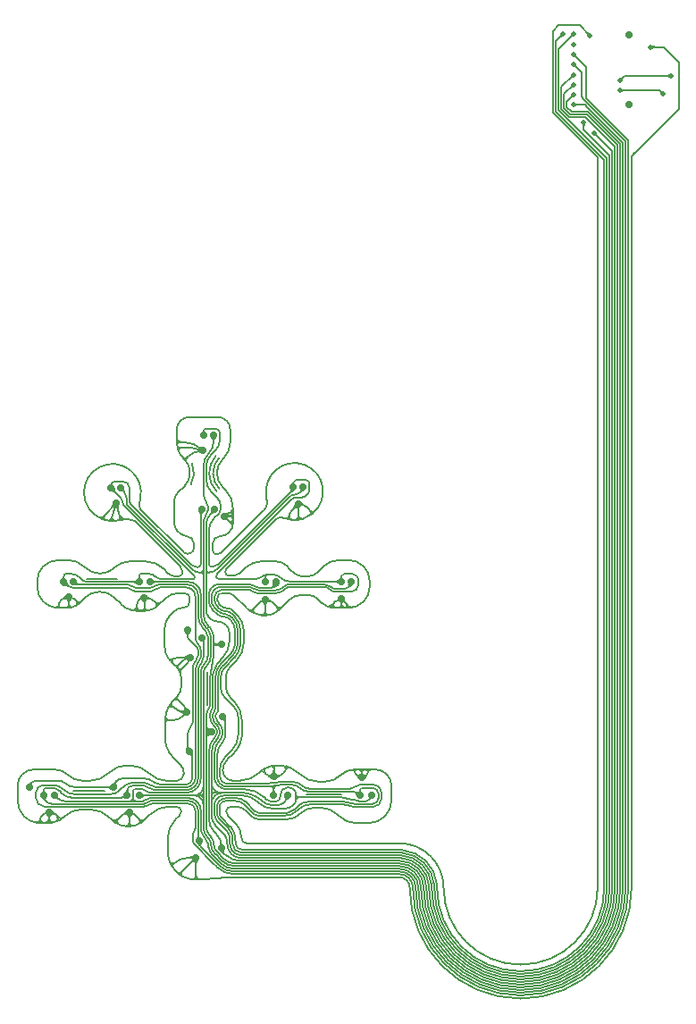
<source format=gbr>
%TF.GenerationSoftware,Altium Limited,Altium Designer,21.6.4 (81)*%
G04 Layer_Physical_Order=2*
G04 Layer_Color=16711680*
%FSLAX26Y26*%
%MOIN*%
%TF.SameCoordinates,9211681A-A755-4052-9ADE-E47D4287157B*%
%TF.FilePolarity,Positive*%
%TF.FileFunction,Copper,L2,Bot,Signal*%
%TF.Part,Single*%
G01*
G75*
%TA.AperFunction,Conductor*%
%ADD10C,0.005000*%
%ADD11C,0.007874*%
%ADD21C,0.008661*%
%TA.AperFunction,ComponentPad*%
%ADD23C,0.027559*%
%TA.AperFunction,ViaPad*%
%ADD24C,0.027559*%
%TA.AperFunction,Conductor*%
%ADD25C,0.007000*%
%ADD26C,0.006000*%
%TA.AperFunction,NonConductor*%
%ADD27C,0.005000*%
%TA.AperFunction,ViaPad*%
%ADD28C,0.019685*%
G36*
X1433770Y3189202D02*
X1434495Y3188602D01*
X1435233Y3188073D01*
X1435982Y3187616D01*
X1436743Y3187231D01*
X1437516Y3186917D01*
X1438301Y3186675D01*
X1439099Y3186504D01*
X1439907Y3186405D01*
X1440728Y3186377D01*
X1430985Y3176634D01*
X1430957Y3177455D01*
X1430858Y3178264D01*
X1430688Y3179061D01*
X1430445Y3179846D01*
X1430131Y3180619D01*
X1429746Y3181380D01*
X1429289Y3182130D01*
X1428760Y3182867D01*
X1428160Y3183593D01*
X1427488Y3184306D01*
X1433056Y3189874D01*
X1433770Y3189202D01*
D02*
G37*
G36*
X1379705Y3170631D02*
X1378508Y3170613D01*
X1377376Y3170537D01*
X1376310Y3170401D01*
X1375308Y3170207D01*
X1374371Y3169953D01*
X1373500Y3169640D01*
X1372693Y3169268D01*
X1371952Y3168837D01*
X1371275Y3168347D01*
X1370664Y3167798D01*
X1367128Y3171333D01*
X1367678Y3171944D01*
X1368168Y3172621D01*
X1368599Y3173362D01*
X1368971Y3174169D01*
X1369284Y3175041D01*
X1369537Y3175977D01*
X1369732Y3176979D01*
X1369868Y3178046D01*
X1369944Y3179177D01*
X1369961Y3180374D01*
X1379705Y3170631D01*
D02*
G37*
G36*
X1342303D02*
X1341106Y3170613D01*
X1339975Y3170537D01*
X1338908Y3170401D01*
X1337906Y3170207D01*
X1336970Y3169953D01*
X1336098Y3169640D01*
X1335292Y3169268D01*
X1334550Y3168837D01*
X1333873Y3168347D01*
X1333262Y3167798D01*
X1329727Y3171333D01*
X1330276Y3171944D01*
X1330766Y3172621D01*
X1331197Y3173362D01*
X1331569Y3174169D01*
X1331882Y3175041D01*
X1332136Y3175977D01*
X1332330Y3176979D01*
X1332466Y3178046D01*
X1332542Y3179177D01*
X1332560Y3180374D01*
X1342303Y3170631D01*
D02*
G37*
G36*
X1675621Y3139026D02*
X1676263Y3138524D01*
X1676947Y3138081D01*
X1677674Y3137697D01*
X1678443Y3137372D01*
X1679253Y3137106D01*
X1680106Y3136899D01*
X1681002Y3136752D01*
X1681939Y3136663D01*
X1682918Y3136634D01*
Y3128760D01*
X1681939Y3128730D01*
X1681002Y3128642D01*
X1680106Y3128494D01*
X1679253Y3128287D01*
X1678443Y3128022D01*
X1677674Y3127697D01*
X1676947Y3127313D01*
X1676263Y3126870D01*
X1675621Y3126368D01*
X1675021Y3125807D01*
Y3139587D01*
X1675621Y3139026D01*
D02*
G37*
G36*
X1389662Y3104374D02*
X1389739Y3103242D01*
X1389874Y3102176D01*
X1390069Y3101174D01*
X1390323Y3100237D01*
X1390636Y3099366D01*
X1391008Y3098559D01*
X1391439Y3097818D01*
X1391929Y3097141D01*
X1392478Y3096530D01*
X1388943Y3092994D01*
X1388331Y3093544D01*
X1387655Y3094034D01*
X1386913Y3094465D01*
X1386107Y3094837D01*
X1385235Y3095150D01*
X1384299Y3095403D01*
X1383297Y3095598D01*
X1382230Y3095734D01*
X1381098Y3095810D01*
X1379902Y3095827D01*
X1389645Y3105571D01*
X1389662Y3104374D01*
D02*
G37*
G36*
Y3066972D02*
X1389739Y3065841D01*
X1389874Y3064774D01*
X1390069Y3063772D01*
X1390323Y3062836D01*
X1390636Y3061964D01*
X1391008Y3061158D01*
X1391439Y3060416D01*
X1391929Y3059740D01*
X1392478Y3059128D01*
X1388943Y3055593D01*
X1388331Y3056142D01*
X1387655Y3056632D01*
X1386913Y3057063D01*
X1386107Y3057435D01*
X1385235Y3057748D01*
X1384299Y3058002D01*
X1383297Y3058197D01*
X1382230Y3058332D01*
X1381098Y3058408D01*
X1379902Y3058426D01*
X1389645Y3068169D01*
X1389662Y3066972D01*
D02*
G37*
G36*
X1735983Y3018323D02*
X1735124Y3019157D01*
X1734270Y3019904D01*
X1733420Y3020562D01*
X1732574Y3021133D01*
X1731733Y3021616D01*
X1730895Y3022011D01*
X1730062Y3022318D01*
X1729232Y3022537D01*
X1728408Y3022669D01*
X1727587Y3022713D01*
Y3027713D01*
X1728408Y3027757D01*
X1729232Y3027889D01*
X1730062Y3028108D01*
X1730895Y3028416D01*
X1731733Y3028811D01*
X1732574Y3029293D01*
X1733420Y3029864D01*
X1734270Y3030523D01*
X1735124Y3031269D01*
X1735983Y3032103D01*
Y3018323D01*
D02*
G37*
G36*
X1379705Y3019056D02*
X1378508Y3019038D01*
X1377376Y3018962D01*
X1376310Y3018827D01*
X1375308Y3018632D01*
X1374371Y3018378D01*
X1373500Y3018065D01*
X1372693Y3017693D01*
X1371952Y3017262D01*
X1371275Y3016772D01*
X1370664Y3016223D01*
X1367128Y3019758D01*
X1367678Y3020370D01*
X1368168Y3021046D01*
X1368599Y3021788D01*
X1368971Y3022594D01*
X1369284Y3023466D01*
X1369537Y3024402D01*
X1369732Y3025404D01*
X1369868Y3026471D01*
X1369944Y3027602D01*
X1369961Y3028799D01*
X1379705Y3019056D01*
D02*
G37*
G36*
X1565707Y3016384D02*
X1565157Y3015772D01*
X1564667Y3015096D01*
X1564236Y3014354D01*
X1563864Y3013548D01*
X1563551Y3012676D01*
X1563297Y3011740D01*
X1563103Y3010738D01*
X1562967Y3009671D01*
X1562891Y3008539D01*
X1562873Y3007343D01*
X1553130Y3017086D01*
X1554327Y3017103D01*
X1555458Y3017180D01*
X1556525Y3017315D01*
X1557527Y3017510D01*
X1558464Y3017764D01*
X1559335Y3018077D01*
X1560142Y3018448D01*
X1560883Y3018880D01*
X1561560Y3019370D01*
X1562171Y3019919D01*
X1565707Y3016384D01*
D02*
G37*
G36*
X1379705Y2981654D02*
X1378508Y2981637D01*
X1377376Y2981560D01*
X1376310Y2981425D01*
X1375308Y2981230D01*
X1374371Y2980977D01*
X1373500Y2980664D01*
X1372693Y2980292D01*
X1371952Y2979861D01*
X1371275Y2979370D01*
X1370664Y2978821D01*
X1367128Y2982357D01*
X1367678Y2982968D01*
X1368168Y2983644D01*
X1368599Y2984386D01*
X1368971Y2985193D01*
X1369284Y2986064D01*
X1369537Y2987001D01*
X1369732Y2988002D01*
X1369868Y2989069D01*
X1369944Y2990201D01*
X1369961Y2991398D01*
X1379705Y2981654D01*
D02*
G37*
G36*
X1560919Y2977867D02*
X1561773Y2977120D01*
X1562623Y2976462D01*
X1563469Y2975891D01*
X1564311Y2975408D01*
X1565149Y2975013D01*
X1565982Y2974706D01*
X1566811Y2974487D01*
X1567636Y2974355D01*
X1568457Y2974311D01*
Y2969311D01*
X1567636Y2969267D01*
X1566811Y2969135D01*
X1565982Y2968916D01*
X1565149Y2968609D01*
X1564311Y2968214D01*
X1563469Y2967731D01*
X1562623Y2967160D01*
X1561773Y2966502D01*
X1560919Y2965755D01*
X1560061Y2964921D01*
Y2978701D01*
X1560919Y2977867D01*
D02*
G37*
G36*
X1704173Y2971731D02*
X1704854Y2971240D01*
X1705597Y2970814D01*
X1706403Y2970453D01*
X1707271Y2970156D01*
X1708202Y2969923D01*
X1709196Y2969755D01*
X1710252Y2969650D01*
X1711371Y2969611D01*
X1712553Y2969635D01*
X1703173Y2959541D01*
X1703113Y2960751D01*
X1702831Y2962970D01*
X1702610Y2963979D01*
X1702335Y2964920D01*
X1702006Y2965794D01*
X1701624Y2966600D01*
X1701188Y2967339D01*
X1700698Y2968011D01*
X1700154Y2968615D01*
X1703555Y2972285D01*
X1704173Y2971731D01*
D02*
G37*
G36*
X1379705Y2944253D02*
X1378508Y2944235D01*
X1377376Y2944159D01*
X1376310Y2944023D01*
X1375308Y2943829D01*
X1374371Y2943575D01*
X1373500Y2943262D01*
X1372693Y2942890D01*
X1371952Y2942459D01*
X1371275Y2941969D01*
X1370664Y2941419D01*
X1367128Y2944955D01*
X1367678Y2945566D01*
X1368168Y2946243D01*
X1368599Y2946984D01*
X1368971Y2947791D01*
X1369284Y2948662D01*
X1369537Y2949599D01*
X1369732Y2950601D01*
X1369868Y2951668D01*
X1369944Y2952799D01*
X1369961Y2953996D01*
X1379705Y2944253D01*
D02*
G37*
G36*
X1387691Y2922749D02*
X1388545Y2922002D01*
X1389395Y2921344D01*
X1390241Y2920773D01*
X1391083Y2920290D01*
X1391920Y2919895D01*
X1392754Y2919588D01*
X1393583Y2919369D01*
X1394408Y2919237D01*
X1395228Y2919193D01*
Y2914193D01*
X1394408Y2914149D01*
X1393583Y2914017D01*
X1392754Y2913798D01*
X1391920Y2913490D01*
X1391083Y2913095D01*
X1390241Y2912613D01*
X1389395Y2912042D01*
X1388545Y2911383D01*
X1387691Y2910637D01*
X1386832Y2909803D01*
Y2923583D01*
X1387691Y2922749D01*
D02*
G37*
G36*
X1425229Y2843845D02*
X1424483Y2842991D01*
X1423824Y2842140D01*
X1423254Y2841295D01*
X1422771Y2840453D01*
X1422376Y2839615D01*
X1422068Y2838782D01*
X1421849Y2837953D01*
X1421717Y2837128D01*
X1421673Y2836307D01*
X1416673D01*
X1416629Y2837128D01*
X1416498Y2837953D01*
X1416278Y2838782D01*
X1415971Y2839615D01*
X1415576Y2840453D01*
X1415093Y2841295D01*
X1414522Y2842140D01*
X1413864Y2842991D01*
X1413118Y2843845D01*
X1412284Y2844703D01*
X1426063D01*
X1425229Y2843845D01*
D02*
G37*
G36*
X1468403Y2811067D02*
X1468479Y2809935D01*
X1468614Y2808869D01*
X1468809Y2807867D01*
X1469063Y2806930D01*
X1469376Y2806059D01*
X1469748Y2805252D01*
X1470179Y2804511D01*
X1470669Y2803834D01*
X1471218Y2803223D01*
X1467683Y2799687D01*
X1467071Y2800236D01*
X1466395Y2800727D01*
X1465653Y2801158D01*
X1464847Y2801530D01*
X1463975Y2801843D01*
X1463039Y2802096D01*
X1462037Y2802291D01*
X1460970Y2802427D01*
X1459839Y2802503D01*
X1458642Y2802520D01*
X1468385Y2812264D01*
X1468403Y2811067D01*
D02*
G37*
G36*
X4499Y1701876D02*
X4589Y1701062D01*
X4740Y1700312D01*
X4950Y1699627D01*
X5221Y1699007D01*
X5553Y1698452D01*
X5944Y1697962D01*
X6396Y1697537D01*
X6908Y1697176D01*
X7480Y1696881D01*
X-3543D01*
X-2971Y1697176D01*
X-2459Y1697537D01*
X-2007Y1697962D01*
X-1616Y1698452D01*
X-1284Y1699007D01*
X-1013Y1699627D01*
X-803Y1700312D01*
X-652Y1701062D01*
X-562Y1701876D01*
X-532Y1702756D01*
X4468D01*
X4499Y1701876D01*
D02*
G37*
G36*
X45690Y1673031D02*
X43403Y1670392D01*
X42474Y1669133D01*
X41688Y1667915D01*
X41045Y1666737D01*
X40545Y1665600D01*
X40187Y1664504D01*
X39973Y1663448D01*
X39902Y1662433D01*
X34902D01*
X34830Y1663448D01*
X34616Y1664504D01*
X34258Y1665600D01*
X33758Y1666737D01*
X33115Y1667915D01*
X32329Y1669133D01*
X31400Y1670392D01*
X30328Y1671691D01*
X27756Y1674411D01*
X47047D01*
X45690Y1673031D01*
D02*
G37*
G36*
X-14452Y1643424D02*
X-13365Y1642836D01*
X-12222Y1642325D01*
X-11020Y1641893D01*
X-9761Y1641538D01*
X-8445Y1641261D01*
X-7072Y1641062D01*
X-5640Y1640940D01*
X-4152Y1640896D01*
X-2605Y1640930D01*
X-10866Y1632049D01*
X-11915Y1628021D01*
X-10974Y1616736D01*
X-12191Y1617720D01*
X-13403Y1618568D01*
X-14609Y1619279D01*
X-15809Y1619852D01*
X-17003Y1620288D01*
X-18191Y1620587D01*
X-19373Y1620748D01*
X-20550Y1620772D01*
X-21721Y1620659D01*
X-22886Y1620409D01*
X-23537Y1628382D01*
X-23007Y1628539D01*
X-23740Y1628768D01*
X-21756Y1636388D01*
X-20577Y1636140D01*
X-19379Y1636004D01*
X-18509Y1635988D01*
X-19116Y1636726D01*
X-19965Y1637547D01*
X-20908Y1638275D01*
X-15480Y1644090D01*
X-14452Y1643424D01*
D02*
G37*
G36*
X338357Y1508146D02*
X338446Y1507336D01*
X338594Y1506591D01*
X338802Y1505911D01*
X339070Y1505296D01*
X339397Y1504746D01*
X339783Y1504262D01*
X340229Y1503842D01*
X340734Y1503487D01*
X341298Y1503198D01*
X330356D01*
X330920Y1503487D01*
X331425Y1503842D01*
X331871Y1504262D01*
X332257Y1504746D01*
X332584Y1505296D01*
X332851Y1505911D01*
X333060Y1506591D01*
X333208Y1507336D01*
X333297Y1508146D01*
X333327Y1509020D01*
X338327D01*
X338357Y1508146D01*
D02*
G37*
G36*
X-339410Y1506038D02*
X-339738Y1505558D01*
X-339890Y1504986D01*
X-339866Y1504325D01*
X-339666Y1503573D01*
X-339290Y1502732D01*
X-338738Y1501799D01*
X-338009Y1500777D01*
X-337105Y1499664D01*
X-334768Y1497168D01*
X-353804Y1497555D01*
X-352382Y1498870D01*
X-345538Y1505981D01*
X-345250Y1506443D01*
X-339410Y1506038D01*
D02*
G37*
G36*
X-296768Y1481067D02*
X-296847Y1480638D01*
X-296850Y1480194D01*
X-296777Y1479733D01*
X-296629Y1479257D01*
X-296404Y1478764D01*
X-296104Y1478255D01*
X-295729Y1477730D01*
X-295277Y1477189D01*
X-294750Y1476632D01*
X-298285Y1473096D01*
X-298842Y1473624D01*
X-299384Y1474075D01*
X-299908Y1474451D01*
X-300417Y1474751D01*
X-300910Y1474975D01*
X-301387Y1475124D01*
X-301847Y1475196D01*
X-302292Y1475193D01*
X-302720Y1475114D01*
X-303132Y1474960D01*
X-296613Y1481479D01*
X-296768Y1481067D01*
D02*
G37*
G36*
X375703Y1477508D02*
X374601Y1477104D01*
X372499Y1476161D01*
X371499Y1475621D01*
X369600Y1474406D01*
X368701Y1473731D01*
X367004Y1472245D01*
X366207Y1471434D01*
X360792Y1473156D01*
X361526Y1473877D01*
X362095Y1474628D01*
X362498Y1475409D01*
X362735Y1476221D01*
X362806Y1477063D01*
X362711Y1477936D01*
X362451Y1478839D01*
X362024Y1479772D01*
X361432Y1480736D01*
X360673Y1481731D01*
X375703Y1477508D01*
D02*
G37*
G36*
X340799Y1477700D02*
X338577Y1476822D01*
X330042Y1472885D01*
X328850Y1472188D01*
X326981Y1470885D01*
X326304Y1470279D01*
X322251Y1473297D01*
X322994Y1474153D01*
X323591Y1475085D01*
X324041Y1476095D01*
X324343Y1477182D01*
X324500Y1478346D01*
X324509Y1479587D01*
X324371Y1480905D01*
X324087Y1482300D01*
X323656Y1483773D01*
X323078Y1485323D01*
X340799Y1477700D01*
D02*
G37*
G36*
X-330693Y1485328D02*
X-330444Y1481844D01*
X-330211Y1480297D01*
X-329905Y1478880D01*
X-329527Y1477593D01*
X-329077Y1476435D01*
X-328555Y1475408D01*
X-327960Y1474509D01*
X-327292Y1473741D01*
X-330828Y1470206D01*
X-331596Y1470873D01*
X-332494Y1471468D01*
X-333522Y1471990D01*
X-334680Y1472441D01*
X-335967Y1472818D01*
X-337384Y1473124D01*
X-338931Y1473357D01*
X-340608Y1473518D01*
X-344350Y1473623D01*
X-330709Y1487264D01*
X-330693Y1485328D01*
D02*
G37*
G36*
X365692Y1436264D02*
X367557Y1434035D01*
X368525Y1433023D01*
X370536Y1431201D01*
X371579Y1430392D01*
X372645Y1429650D01*
X373736Y1428977D01*
X374852Y1428371D01*
X373479Y1420150D01*
X372418Y1420689D01*
X371332Y1421070D01*
X370219Y1421294D01*
X369082Y1421359D01*
X367919Y1421266D01*
X366730Y1421016D01*
X365515Y1420608D01*
X364276Y1420042D01*
X363010Y1419317D01*
X362488Y1418961D01*
X362104Y1418563D01*
X361134Y1417431D01*
X360278Y1416290D01*
X359536Y1415140D01*
X358908Y1413981D01*
X358394Y1412813D01*
X357994Y1411637D01*
X357709Y1410452D01*
X357538Y1409257D01*
X357480Y1408055D01*
X349606D01*
X349549Y1409257D01*
X349378Y1410452D01*
X349093Y1411637D01*
X348693Y1412813D01*
X348179Y1413981D01*
X347570Y1415106D01*
X346343Y1414742D01*
X345154Y1414279D01*
X344040Y1413730D01*
X343000Y1413093D01*
X342035Y1412370D01*
X341144Y1411560D01*
X335576Y1417128D01*
X336386Y1418019D01*
X337109Y1418984D01*
X337746Y1420024D01*
X338295Y1421139D01*
X338757Y1422328D01*
X339133Y1423591D01*
X339421Y1424929D01*
X339623Y1426341D01*
X339737Y1427828D01*
X339764Y1429390D01*
X349467Y1419687D01*
X361921D01*
X364797Y1437479D01*
X365692Y1436264D01*
D02*
G37*
G36*
X-331598Y1423381D02*
X-326539Y1422043D01*
X-314622Y1425782D01*
X-315320Y1424386D01*
X-315907Y1423015D01*
X-316383Y1421669D01*
X-316747Y1420350D01*
X-316999Y1419056D01*
X-317139Y1417788D01*
X-317168Y1416546D01*
X-317086Y1415330D01*
X-316892Y1414139D01*
X-316586Y1412974D01*
X-324099Y1410617D01*
X-324513Y1411747D01*
X-325034Y1412835D01*
X-325661Y1413881D01*
X-326375Y1414857D01*
X-327044Y1413850D01*
X-327623Y1412777D01*
X-328094Y1411666D01*
X-328457Y1410518D01*
X-336069Y1412531D01*
X-335817Y1413709D01*
X-335677Y1414907D01*
X-335655Y1415897D01*
X-336472Y1415338D01*
X-337399Y1414567D01*
X-338248Y1413713D01*
X-344090Y1418992D01*
X-343326Y1419923D01*
X-342652Y1420924D01*
X-342069Y1421995D01*
X-341577Y1423135D01*
X-341175Y1424346D01*
X-340864Y1425627D01*
X-340644Y1426978D01*
X-340514Y1428399D01*
X-340475Y1429889D01*
X-340526Y1431450D01*
X-331598Y1423381D01*
D02*
G37*
G36*
X42224Y1393212D02*
X40129Y1392746D01*
X33348Y1390765D01*
X32052Y1390241D01*
X30916Y1389705D01*
X29940Y1389158D01*
X29124Y1388599D01*
X28468Y1388028D01*
X24132Y1390763D01*
X24851Y1391592D01*
X25450Y1392521D01*
X25930Y1393550D01*
X26291Y1394680D01*
X26532Y1395911D01*
X26654Y1397242D01*
X26657Y1398673D01*
X26540Y1400205D01*
X26305Y1401837D01*
X25949Y1403569D01*
X42224Y1393212D01*
D02*
G37*
G36*
X396Y1394310D02*
X-1104Y1393521D01*
X-2447Y1392695D01*
X-3631Y1391833D01*
X-4657Y1390933D01*
X-5526Y1389998D01*
X-6237Y1389025D01*
X-6789Y1388017D01*
X-7184Y1386971D01*
X-7421Y1385889D01*
X-7500Y1384770D01*
X-12500Y1386469D01*
X-12554Y1387219D01*
X-12716Y1388112D01*
X-12987Y1389148D01*
X-13365Y1390327D01*
X-14447Y1393113D01*
X-15962Y1396471D01*
X-17909Y1400401D01*
X396Y1394310D01*
D02*
G37*
G36*
X98062Y1392112D02*
X97039Y1391575D01*
X96123Y1390917D01*
X95314Y1390138D01*
X94613Y1389238D01*
X94020Y1388217D01*
X93580Y1387184D01*
X93598Y1387181D01*
X94405Y1387117D01*
X95297Y1387105D01*
X96275Y1387145D01*
X97338Y1387237D01*
X98171Y1379407D01*
X97112Y1379273D01*
X95278Y1378907D01*
X94503Y1378675D01*
X93822Y1378410D01*
X93235Y1378112D01*
X92743Y1377782D01*
X92344Y1377419D01*
X92041Y1377024D01*
X91832Y1376595D01*
X91169Y1382826D01*
X79180Y1395091D01*
X80626Y1395092D01*
X83431Y1395293D01*
X84790Y1395492D01*
X87418Y1396087D01*
X88689Y1396483D01*
X89930Y1396945D01*
X91141Y1397472D01*
X92324Y1398066D01*
X98062Y1392112D01*
D02*
G37*
G36*
X515580Y1154190D02*
X515679Y1153469D01*
X515821Y1152815D01*
X516006Y1152229D01*
X516234Y1151709D01*
X516504Y1151257D01*
X516818Y1150872D01*
X517174Y1150554D01*
X517574Y1150303D01*
X518016Y1150120D01*
X508454Y1149717D01*
X508879Y1149937D01*
X509256Y1150220D01*
X509585Y1150567D01*
X509865Y1150977D01*
X510096Y1151450D01*
X510279Y1151987D01*
X510414Y1152587D01*
X510501Y1153251D01*
X510539Y1153978D01*
X510528Y1154768D01*
X515524Y1154979D01*
X515580Y1154190D01*
D02*
G37*
G36*
X234827Y1155676D02*
X234959Y1154713D01*
X235179Y1153804D01*
X235486Y1152948D01*
X235881Y1152147D01*
X236364Y1151398D01*
X236934Y1150704D01*
X237593Y1150063D01*
X238339Y1149475D01*
X239173Y1148942D01*
X225394D01*
X226228Y1149475D01*
X226974Y1150063D01*
X227633Y1150704D01*
X228203Y1151398D01*
X228686Y1152147D01*
X229081Y1152948D01*
X229388Y1153804D01*
X229608Y1154713D01*
X229740Y1155676D01*
X229784Y1156693D01*
X234784D01*
X234827Y1155676D01*
D02*
G37*
G36*
X-519100Y1156572D02*
X-518937Y1155491D01*
X-518667Y1154434D01*
X-518289Y1153400D01*
X-517803Y1152391D01*
X-517209Y1151405D01*
X-516506Y1150444D01*
X-515696Y1149506D01*
X-514778Y1148592D01*
X-513751Y1147702D01*
X-529853Y1148624D01*
X-528770Y1149369D01*
X-527801Y1150150D01*
X-526946Y1150966D01*
X-526205Y1151818D01*
X-525578Y1152706D01*
X-525066Y1153629D01*
X-524667Y1154588D01*
X-524381Y1155582D01*
X-524211Y1156612D01*
X-524154Y1157677D01*
X-519154D01*
X-519100Y1156572D01*
D02*
G37*
G36*
X-237595Y1157172D02*
X-237408Y1156084D01*
X-237097Y1155004D01*
X-236661Y1153932D01*
X-236101Y1152869D01*
X-235416Y1151813D01*
X-234606Y1150766D01*
X-233672Y1149726D01*
X-232614Y1148695D01*
X-231431Y1147672D01*
X-248884D01*
X-247701Y1148695D01*
X-246643Y1149726D01*
X-245709Y1150766D01*
X-244899Y1151813D01*
X-244214Y1152869D01*
X-243654Y1153932D01*
X-243218Y1155004D01*
X-242907Y1156084D01*
X-242720Y1157172D01*
X-242657Y1158268D01*
X-237657D01*
X-237595Y1157172D01*
D02*
G37*
G36*
X502209Y1129525D02*
X501203Y1130995D01*
X500188Y1132311D01*
X499164Y1133472D01*
X498131Y1134478D01*
X497088Y1135329D01*
X496036Y1136026D01*
X494974Y1136567D01*
X493904Y1136954D01*
X492824Y1137186D01*
X491735Y1137264D01*
X492774Y1142264D01*
X493657Y1142325D01*
X494639Y1142510D01*
X495721Y1142819D01*
X496902Y1143250D01*
X498181Y1143805D01*
X501038Y1145284D01*
X502615Y1146208D01*
X506067Y1148427D01*
X502209Y1129525D01*
D02*
G37*
G36*
X-189566Y1145296D02*
X-186927Y1143009D01*
X-185668Y1142080D01*
X-184450Y1141294D01*
X-183273Y1140651D01*
X-182136Y1140151D01*
X-181040Y1139794D01*
X-179984Y1139580D01*
X-178969Y1139508D01*
Y1134508D01*
X-179984Y1134437D01*
X-181040Y1134222D01*
X-182136Y1133865D01*
X-183273Y1133365D01*
X-184450Y1132722D01*
X-185668Y1131936D01*
X-186927Y1131007D01*
X-188226Y1129935D01*
X-190947Y1127362D01*
Y1146654D01*
X-189566Y1145296D01*
D02*
G37*
G36*
X-249998Y1127362D02*
X-251378Y1128720D01*
X-254018Y1131006D01*
X-255276Y1131935D01*
X-256495Y1132721D01*
X-257672Y1133364D01*
X-258809Y1133865D01*
X-259905Y1134222D01*
X-260961Y1134436D01*
X-261976Y1134508D01*
X-261976Y1139508D01*
X-260961Y1139579D01*
X-259905Y1139793D01*
X-258809Y1140151D01*
X-257672Y1140651D01*
X-256495Y1141294D01*
X-255277Y1142080D01*
X-254018Y1143009D01*
X-252719Y1144081D01*
X-249998Y1146653D01*
X-249998Y1127362D01*
D02*
G37*
G36*
X-470323Y1137798D02*
X-469859Y1136181D01*
X-469324Y1134739D01*
X-468718Y1133471D01*
X-468042Y1132378D01*
X-467295Y1131459D01*
X-466477Y1130714D01*
X-465589Y1130144D01*
X-464629Y1129748D01*
X-463599Y1129526D01*
X-466532Y1124930D01*
X-467462Y1125064D01*
X-468515Y1125138D01*
X-469692Y1125150D01*
X-472418Y1124991D01*
X-475639Y1124589D01*
X-481401Y1123527D01*
X-470716Y1139589D01*
X-470323Y1137798D01*
D02*
G37*
G36*
X555913Y1124967D02*
X554093Y1123940D01*
X545892Y1118683D01*
X544977Y1117957D01*
X543536Y1116636D01*
X538050Y1118330D01*
X538804Y1119088D01*
X539376Y1119933D01*
X539768Y1120867D01*
X539978Y1121887D01*
X540008Y1122995D01*
X539856Y1124191D01*
X539524Y1125474D01*
X539010Y1126845D01*
X538315Y1128303D01*
X537439Y1129849D01*
X555913Y1124967D01*
D02*
G37*
G36*
X-210617Y1086831D02*
X-208610Y1084703D01*
X-207576Y1083763D01*
X-206521Y1082906D01*
X-205445Y1082130D01*
X-204348Y1081438D01*
X-203230Y1080827D01*
X-202092Y1080300D01*
X-200932Y1079854D01*
X-201829Y1071805D01*
X-202964Y1072161D01*
X-204112Y1072373D01*
X-205271Y1072440D01*
X-206443Y1072361D01*
X-207628Y1072138D01*
X-208824Y1071770D01*
X-210033Y1071257D01*
X-211255Y1070599D01*
X-211794Y1070247D01*
X-212751Y1068309D01*
X-213314Y1066966D01*
X-214180Y1064399D01*
X-214483Y1063176D01*
X-214700Y1061992D01*
X-214830Y1060848D01*
X-214873Y1059744D01*
X-222747Y1057484D01*
X-222811Y1058742D01*
X-223003Y1059944D01*
X-223324Y1061088D01*
X-223772Y1062175D01*
X-224349Y1063204D01*
X-225053Y1064177D01*
X-225886Y1065092D01*
X-226847Y1065949D01*
X-227936Y1066750D01*
X-229153Y1067493D01*
X-213404Y1071795D01*
X-211588Y1088019D01*
X-210617Y1086831D01*
D02*
G37*
G36*
X-233314Y1071062D02*
X-233570Y1071319D01*
X-233869Y1071484D01*
X-234208Y1071557D01*
X-234589Y1071538D01*
X-235012Y1071427D01*
X-235477Y1071224D01*
X-235982Y1070929D01*
X-236530Y1070543D01*
X-237119Y1070064D01*
X-237750Y1069493D01*
X-240083Y1077762D01*
X-239344Y1078302D01*
X-236504Y1080675D01*
X-236295Y1080926D01*
X-236162Y1081136D01*
X-236105Y1081305D01*
X-233314Y1071062D01*
D02*
G37*
G36*
X242532Y1077795D02*
X244390Y1075563D01*
X245356Y1074548D01*
X247362Y1072719D01*
X248401Y1071905D01*
X249466Y1071159D01*
X250555Y1070479D01*
X251668Y1069867D01*
X250274Y1061638D01*
X249217Y1062184D01*
X248133Y1062572D01*
X247024Y1062802D01*
X245888Y1062874D01*
X244726Y1062786D01*
X243538Y1062541D01*
X242323Y1062137D01*
X241083Y1061574D01*
X239816Y1060853D01*
X239305Y1060505D01*
X238931Y1060119D01*
X237961Y1058986D01*
X237105Y1057845D01*
X236362Y1056695D01*
X235734Y1055536D01*
X235221Y1054369D01*
X234821Y1053192D01*
X234536Y1052007D01*
X234364Y1050813D01*
X234307Y1049610D01*
X226433D01*
X226376Y1050813D01*
X226205Y1052007D01*
X225919Y1053192D01*
X225520Y1054369D01*
X225006Y1055536D01*
X224378Y1056695D01*
X223636Y1057845D01*
X222780Y1058986D01*
X221809Y1060119D01*
X220725Y1061242D01*
X238731D01*
X241640Y1079012D01*
X242532Y1077795D01*
D02*
G37*
G36*
X-510233Y1072049D02*
X-492323D01*
X-493408Y1070926D01*
X-494378Y1069793D01*
X-495234Y1068652D01*
X-495976Y1067502D01*
X-496604Y1066343D01*
X-497118Y1065176D01*
X-497518Y1063999D01*
X-497803Y1062814D01*
X-497974Y1061620D01*
X-498031Y1060417D01*
X-505906D01*
X-505963Y1061620D01*
X-506134Y1062814D01*
X-506419Y1063999D01*
X-506819Y1065176D01*
X-507333Y1066343D01*
X-507961Y1067502D01*
X-508703Y1068652D01*
X-509559Y1069793D01*
X-510529Y1070926D01*
X-510845Y1071253D01*
X-511297Y1071552D01*
X-512570Y1072254D01*
X-513813Y1072795D01*
X-515027Y1073174D01*
X-516211Y1073392D01*
X-517365Y1073449D01*
X-518489Y1073344D01*
X-519583Y1073078D01*
X-520648Y1072650D01*
X-521683Y1072061D01*
X-523202Y1080336D01*
X-522100Y1080986D01*
X-521024Y1081699D01*
X-518948Y1083315D01*
X-517947Y1084219D01*
X-516024Y1086216D01*
X-515100Y1087311D01*
X-513328Y1089690D01*
X-510233Y1072049D01*
D02*
G37*
G36*
X520689Y1060685D02*
X520313Y1060329D01*
X519981Y1059882D01*
X519694Y1059346D01*
X519451Y1058719D01*
X519251Y1058003D01*
X519097Y1057195D01*
X518986Y1056298D01*
X518920Y1055310D01*
X518898Y1054232D01*
X511024D01*
X511002Y1055310D01*
X510825Y1057195D01*
X510670Y1058003D01*
X510471Y1058719D01*
X510227Y1059346D01*
X509940Y1059882D01*
X509608Y1060329D01*
X509232Y1060685D01*
X508812Y1060950D01*
X521109D01*
X520689Y1060685D01*
D02*
G37*
G36*
X-49694Y947762D02*
X-51073Y946435D01*
X-53394Y943882D01*
X-54337Y942655D01*
X-55135Y941461D01*
X-55788Y940300D01*
X-56296Y939172D01*
X-56659Y938078D01*
X-56876Y937017D01*
X-56949Y935989D01*
X-61949Y936134D01*
X-62019Y937135D01*
X-62230Y938184D01*
X-62581Y939281D01*
X-63074Y940427D01*
X-63706Y941620D01*
X-64479Y942862D01*
X-65393Y944153D01*
X-67642Y946878D01*
X-68978Y948313D01*
X-49694Y947762D01*
D02*
G37*
G36*
X4329Y919062D02*
X4096Y918639D01*
X3896Y918155D01*
X3728Y917612D01*
X3593Y917009D01*
X3491Y916345D01*
X3423Y915621D01*
X3384Y913993D01*
X3413Y913088D01*
X-1555Y911808D01*
X-1584Y912403D01*
X-1671Y912928D01*
X-1815Y913384D01*
X-2017Y913771D01*
X-2277Y914090D01*
X-2595Y914339D01*
X-2971Y914519D01*
X-3404Y914630D01*
X-3895Y914672D01*
X-4444Y914645D01*
X4596Y919424D01*
X4329Y919062D01*
D02*
G37*
G36*
X56271Y897674D02*
X55900Y898191D01*
X55433Y898653D01*
X54872Y899061D01*
X54216Y899415D01*
X53465Y899714D01*
X52620Y899959D01*
X51679Y900149D01*
X50643Y900285D01*
X49513Y900366D01*
X48288Y900394D01*
Y909055D01*
X49513Y909082D01*
X51679Y909300D01*
X52620Y909490D01*
X53465Y909735D01*
X54216Y910034D01*
X54872Y910388D01*
X55433Y910796D01*
X55900Y911258D01*
X56271Y911775D01*
Y897674D01*
D02*
G37*
G36*
X-59770Y854586D02*
X-57734Y844183D01*
X-59053Y845019D01*
X-60336Y845688D01*
X-61582Y846192D01*
X-62793Y846529D01*
X-63967Y846699D01*
X-65105Y846703D01*
X-66207Y846542D01*
X-67272Y846213D01*
X-68302Y845719D01*
X-69295Y845058D01*
X-70653Y851567D01*
X-71403Y851603D01*
Y859477D01*
X-70200Y859534D01*
X-69006Y859705D01*
X-67820Y859991D01*
X-66644Y860390D01*
X-65476Y860904D01*
X-64317Y861532D01*
X-63167Y862274D01*
X-62026Y863130D01*
X-60894Y864101D01*
X-59770Y865186D01*
Y854586D01*
D02*
G37*
G36*
X-64713Y670745D02*
X-63049Y668695D01*
X-62138Y667711D01*
X-60156Y665827D01*
X-59086Y664927D01*
X-56788Y663208D01*
X-55559Y662390D01*
X-72117Y658937D01*
X-73492Y644159D01*
X-66910Y637577D01*
X-67497Y637697D01*
X-68110Y637717D01*
X-68749Y637637D01*
X-69413Y637458D01*
X-70103Y637178D01*
X-70818Y636798D01*
X-71559Y636318D01*
X-72325Y635738D01*
X-73117Y635057D01*
X-73935Y634277D01*
X-79502Y639845D01*
X-78722Y640662D01*
X-78042Y641454D01*
X-77462Y642221D01*
X-76982Y642962D01*
X-76602Y643677D01*
X-76322Y644366D01*
X-76203Y644807D01*
X-76740Y645352D01*
X-77797Y646262D01*
X-78874Y647083D01*
X-79970Y647817D01*
X-81085Y648464D01*
X-82219Y649022D01*
X-83372Y649492D01*
X-84545Y649875D01*
X-83813Y657872D01*
X-82657Y657585D01*
X-81493Y657439D01*
X-80321Y657432D01*
X-79142Y657566D01*
X-77954Y657839D01*
X-76758Y658252D01*
X-75555Y658805D01*
X-74344Y659498D01*
X-73466Y660097D01*
X-72976Y661069D01*
X-72497Y662317D01*
X-72186Y663524D01*
X-72045Y664691D01*
X-72073Y665817D01*
X-72270Y666903D01*
X-72637Y667948D01*
X-73173Y668953D01*
X-73878Y669917D01*
X-65466Y671811D01*
X-64713Y670745D01*
D02*
G37*
G36*
X83559Y630335D02*
X82725Y623429D01*
X82672Y622007D01*
X82750Y619529D01*
X82882Y618472D01*
X83076Y617538D01*
X78642Y614528D01*
X78344Y615534D01*
X77878Y616467D01*
X77243Y617328D01*
X76441Y618117D01*
X75471Y618833D01*
X74333Y619476D01*
X73027Y620047D01*
X71553Y620546D01*
X69911Y620972D01*
X68102Y621326D01*
X83922Y632365D01*
X83559Y630335D01*
D02*
G37*
G36*
X-55295Y525808D02*
X-55057Y524727D01*
X-54661Y523693D01*
X-54107Y522707D01*
X-53395Y521768D01*
X-52524Y520877D01*
X-51494Y520033D01*
X-50307Y519236D01*
X-48961Y518488D01*
X-47456Y517786D01*
X-65435Y510791D01*
X-64473Y512962D01*
X-61184Y521725D01*
X-60830Y523060D01*
X-60425Y525311D01*
X-60374Y526227D01*
X-55374Y526937D01*
X-55295Y525808D01*
D02*
G37*
G36*
X-39680Y500592D02*
X-40475Y493692D01*
X-40519Y492271D01*
X-40420Y489794D01*
X-40278Y488738D01*
X-40073Y487803D01*
X-44480Y484781D01*
X-44792Y485782D01*
X-45270Y486710D01*
X-45915Y487566D01*
X-46727Y488349D01*
X-47706Y489059D01*
X-48851Y489696D01*
X-50164Y490261D01*
X-51643Y490753D01*
X-53290Y491173D01*
X-55103Y491519D01*
X-39326Y502621D01*
X-39680Y500592D01*
D02*
G37*
G36*
X266592Y433006D02*
X266764Y431812D01*
X267049Y430627D01*
X267449Y429450D01*
X267963Y428283D01*
X268591Y427124D01*
X269333Y425974D01*
X270189Y424833D01*
X271159Y423700D01*
X272244Y422577D01*
X252953D01*
X254037Y423700D01*
X255008Y424833D01*
X255864Y425974D01*
X256606Y427124D01*
X257234Y428283D01*
X257748Y429450D01*
X258148Y430627D01*
X258433Y431812D01*
X258604Y433006D01*
X258661Y434209D01*
X266535D01*
X266592Y433006D01*
D02*
G37*
G36*
X578738Y402020D02*
X577922Y403346D01*
X574774Y407803D01*
X574016Y408705D01*
X572535Y410254D01*
X571812Y410902D01*
X571101Y411464D01*
X573281Y419912D01*
X573986Y419334D01*
X574755Y418904D01*
X575589Y418621D01*
X576487Y418487D01*
X577449Y418500D01*
X578475Y418661D01*
X579565Y418970D01*
X580720Y419426D01*
X581939Y420031D01*
X583222Y420783D01*
X578738Y402020D01*
D02*
G37*
G36*
X252707Y403142D02*
X251675Y404167D01*
X249596Y405993D01*
X248549Y406795D01*
X246440Y408175D01*
X245379Y408754D01*
X244312Y409258D01*
X243241Y409688D01*
X242164Y410044D01*
X242282Y418335D01*
X243217Y418038D01*
X244178Y417899D01*
X245165Y417916D01*
X246179Y418091D01*
X247218Y418422D01*
X248284Y418910D01*
X249376Y419555D01*
X250494Y420358D01*
X251638Y421317D01*
X252809Y422433D01*
X252707Y403142D01*
D02*
G37*
G36*
X273433Y421486D02*
X274610Y420558D01*
X275780Y419789D01*
X276942Y419178D01*
X278096Y418726D01*
X279242Y418433D01*
X280380Y418298D01*
X281510Y418322D01*
X282633Y418506D01*
X283748Y418847D01*
X283955Y410601D01*
X282721Y410186D01*
X281509Y409700D01*
X280320Y409145D01*
X279154Y408519D01*
X278010Y407822D01*
X276888Y407055D01*
X274713Y405311D01*
X273658Y404334D01*
X272627Y403286D01*
X272247Y422574D01*
X273433Y421486D01*
D02*
G37*
G36*
X598662Y420367D02*
X600817Y419318D01*
X601754Y418949D01*
X602596Y418684D01*
X603344Y418522D01*
X603998Y418463D01*
X604558Y418508D01*
X605024Y418656D01*
X605396Y418908D01*
X607746Y410680D01*
X607517Y410471D01*
X607226Y410126D01*
X606871Y409645D01*
X605972Y408274D01*
X602619Y402462D01*
X597443Y421046D01*
X598662Y420367D01*
D02*
G37*
G36*
X-324832Y390882D02*
X-325452Y390026D01*
X-325896Y389092D01*
X-326165Y388081D01*
X-326258Y386992D01*
X-326176Y385826D01*
X-325918Y384582D01*
X-325485Y383260D01*
X-324876Y381861D01*
X-324092Y380385D01*
X-323132Y378830D01*
X-341985Y382923D01*
X-340212Y384056D01*
X-333330Y389032D01*
X-332349Y389889D01*
X-330784Y391463D01*
X-330199Y392182D01*
X-324832Y390882D01*
D02*
G37*
G36*
X-639758Y387181D02*
X-640034Y386796D01*
X-640195Y386281D01*
X-640240Y385637D01*
X-640170Y384863D01*
X-639984Y383960D01*
X-639683Y382928D01*
X-639266Y381766D01*
X-638087Y379055D01*
X-637323Y377505D01*
X-655605Y383665D01*
X-644892Y389018D01*
X-639758Y387181D01*
D02*
G37*
G36*
X-344486Y361614D02*
X-345867Y362972D01*
X-348506Y365258D01*
X-349765Y366187D01*
X-350983Y366973D01*
X-352160Y367616D01*
X-353297Y368117D01*
X-354394Y368474D01*
X-355449Y368688D01*
X-356464Y368760D01*
Y373760D01*
X-355449Y373831D01*
X-354394Y374046D01*
X-353297Y374403D01*
X-352160Y374903D01*
X-350983Y375546D01*
X-349765Y376332D01*
X-348506Y377261D01*
X-347207Y378333D01*
X-344486Y380906D01*
Y361614D01*
D02*
G37*
G36*
X586194Y359527D02*
X586291Y358686D01*
X586453Y357908D01*
X586680Y357195D01*
X586972Y356545D01*
X587328Y355960D01*
X587749Y355438D01*
X588236Y354981D01*
X588787Y354588D01*
X589402Y354259D01*
X580770D01*
X569999Y339939D01*
X569730Y341740D01*
X569062Y344855D01*
X568663Y346168D01*
X568221Y347319D01*
X567735Y348308D01*
X567206Y349133D01*
X566633Y349797D01*
X566017Y350298D01*
X565357Y350636D01*
X567122Y355314D01*
X567999Y355038D01*
X569003Y354824D01*
X570134Y354673D01*
X571391Y354584D01*
X574286Y354592D01*
X575923Y354690D01*
X579184Y355073D01*
X579573Y355438D01*
X579995Y355960D01*
X580351Y356545D01*
X580643Y357195D01*
X580870Y357908D01*
X581032Y358686D01*
X581129Y359527D01*
X581161Y360433D01*
X586161D01*
X586194Y359527D01*
D02*
G37*
G36*
X-593913Y360401D02*
X-593781Y359438D01*
X-593562Y358529D01*
X-593254Y357673D01*
X-592859Y356871D01*
X-592376Y356123D01*
X-591806Y355428D01*
X-591147Y354787D01*
X-590401Y354200D01*
X-589567Y353666D01*
X-603346D01*
X-602512Y354200D01*
X-601766Y354787D01*
X-601108Y355428D01*
X-600537Y356123D01*
X-600054Y356871D01*
X-599659Y357673D01*
X-599352Y358529D01*
X-599132Y359438D01*
X-599001Y360401D01*
X-598957Y361417D01*
X-593957D01*
X-593913Y360401D01*
D02*
G37*
G36*
X264162Y362506D02*
X264373Y361431D01*
X264724Y360323D01*
X265216Y359185D01*
X265848Y358014D01*
X266620Y356812D01*
X267534Y355579D01*
X268587Y354315D01*
X271116Y351691D01*
X252068D01*
X253403Y353019D01*
X255650Y355579D01*
X256563Y356812D01*
X257336Y358014D01*
X257968Y359185D01*
X258460Y360323D01*
X258811Y361431D01*
X259022Y362506D01*
X259092Y363551D01*
X264092D01*
X264162Y362506D01*
D02*
G37*
G36*
X-281773Y362249D02*
X-281941Y361500D01*
X-281939Y360680D01*
X-281766Y359789D01*
X-281423Y358828D01*
X-280910Y357796D01*
X-280226Y356693D01*
X-279372Y355519D01*
X-278348Y354274D01*
X-275787Y351573D01*
X-295079D01*
X-293831Y352836D01*
X-290604Y356587D01*
X-289702Y357825D01*
X-288156Y360282D01*
X-287512Y361501D01*
X-286955Y362714D01*
X-286485Y363921D01*
X-281773Y362249D01*
D02*
G37*
G36*
X-228468Y349339D02*
X-226018Y346979D01*
X-224829Y346021D01*
X-223664Y345210D01*
X-222524Y344546D01*
X-221408Y344030D01*
X-220317Y343661D01*
X-219250Y343440D01*
X-218207Y343366D01*
X-218528Y338366D01*
X-219510Y338297D01*
X-220550Y338091D01*
X-221647Y337747D01*
X-222802Y337265D01*
X-224015Y336646D01*
X-225285Y335890D01*
X-226613Y334995D01*
X-229442Y332794D01*
X-230943Y331487D01*
X-229730Y350740D01*
X-228468Y349339D01*
D02*
G37*
G36*
X-288777Y328365D02*
X-290849Y328869D01*
X-300553Y330623D01*
X-301716Y330704D01*
X-303654Y330684D01*
X-306343Y335571D01*
X-305303Y335663D01*
X-304328Y335940D01*
X-303418Y336402D01*
X-302572Y337049D01*
X-301792Y337880D01*
X-301077Y338896D01*
X-300426Y340097D01*
X-299841Y341483D01*
X-299320Y343053D01*
X-298865Y344808D01*
X-288777Y328365D01*
D02*
G37*
G36*
X-542016Y339630D02*
X-541723Y336150D01*
X-541450Y334635D01*
X-541095Y333272D01*
X-540655Y332059D01*
X-540132Y330997D01*
X-539525Y330085D01*
X-538835Y329324D01*
X-538061Y328714D01*
X-541654Y325104D01*
X-542564Y325663D01*
X-543584Y326161D01*
X-544713Y326599D01*
X-545952Y326975D01*
X-547300Y327290D01*
X-548757Y327545D01*
X-551999Y327871D01*
X-553784Y327943D01*
X-555678Y327954D01*
X-542038Y341596D01*
X-542016Y339630D01*
D02*
G37*
G36*
X626928Y327985D02*
X626498Y327925D01*
X626051Y327804D01*
X625589Y327621D01*
X625111Y327377D01*
X624618Y327071D01*
X624108Y326703D01*
X623583Y326274D01*
X622486Y325232D01*
X621913Y324618D01*
X616626Y326399D01*
X617183Y326936D01*
X617633Y327455D01*
X617976Y327957D01*
X618211Y328441D01*
X618339Y328908D01*
X618360Y329357D01*
X618274Y329788D01*
X618081Y330201D01*
X617780Y330597D01*
X617372Y330975D01*
X626928Y327985D01*
D02*
G37*
G36*
X-585884Y332629D02*
X-586664Y331152D01*
X-587269Y329753D01*
X-587698Y328432D01*
X-587951Y327189D01*
X-588028Y326024D01*
X-587929Y324938D01*
X-587655Y323929D01*
X-587205Y322999D01*
X-586579Y322147D01*
X-591952Y320831D01*
X-592539Y321544D01*
X-593259Y322304D01*
X-594110Y323111D01*
X-596210Y324863D01*
X-598838Y326801D01*
X-603772Y330055D01*
X-584928Y334185D01*
X-585884Y332629D01*
D02*
G37*
G36*
X320605Y330247D02*
X318884Y329084D01*
X313301Y324871D01*
X312232Y323926D01*
X310483Y322169D01*
X309805Y321355D01*
X309257Y320586D01*
X303956Y321697D01*
X304500Y322596D01*
X304873Y323567D01*
X305074Y324609D01*
X305103Y325721D01*
X304959Y326905D01*
X304644Y328160D01*
X304156Y329486D01*
X303497Y330883D01*
X302665Y332352D01*
X301661Y333891D01*
X320605Y330247D01*
D02*
G37*
G36*
X-564503Y285165D02*
X-562520Y283145D01*
X-561490Y282213D01*
X-559356Y280507D01*
X-558251Y279732D01*
X-555966Y278339D01*
X-554785Y277721D01*
X-555582Y269121D01*
X-556615Y269701D01*
X-557670Y270105D01*
X-558746Y270334D01*
X-559844Y270386D01*
X-560963Y270264D01*
X-562104Y269965D01*
X-563267Y269491D01*
X-564451Y268841D01*
X-565657Y268016D01*
X-566884Y267015D01*
X-565457Y286254D01*
X-564503Y285165D01*
D02*
G37*
G36*
X-568053Y265961D02*
X-568891Y265055D01*
X-569631Y264099D01*
X-570272Y263092D01*
X-570815Y262034D01*
X-571258Y260925D01*
X-571604Y259765D01*
X-571850Y258555D01*
X-571998Y257293D01*
X-572047Y255981D01*
X-579921D01*
X-579971Y257293D01*
X-580119Y258555D01*
X-580365Y259765D01*
X-580710Y260925D01*
X-581154Y262034D01*
X-581696Y263092D01*
X-582337Y264099D01*
X-583077Y265055D01*
X-583915Y265961D01*
X-584852Y266815D01*
X-567116D01*
X-568053Y265961D01*
D02*
G37*
G36*
X-284961Y267521D02*
X-266929D01*
X-268014Y266398D01*
X-268984Y265265D01*
X-269841Y264124D01*
X-270583Y262974D01*
X-271211Y261815D01*
X-271724Y260648D01*
X-272124Y259471D01*
X-272409Y258286D01*
X-272581Y257092D01*
X-272638Y255889D01*
X-280512D01*
X-280569Y257092D01*
X-280740Y258286D01*
X-281026Y259471D01*
X-281425Y260648D01*
X-281939Y261815D01*
X-282567Y262974D01*
X-283309Y264124D01*
X-284165Y265265D01*
X-285136Y266398D01*
X-285524Y266800D01*
X-286051Y267161D01*
X-287316Y267887D01*
X-288556Y268455D01*
X-289770Y268865D01*
X-290959Y269118D01*
X-292123Y269213D01*
X-293262Y269150D01*
X-294375Y268930D01*
X-295463Y268552D01*
X-296525Y268017D01*
X-297889Y276234D01*
X-296772Y276836D01*
X-295680Y277507D01*
X-294612Y278246D01*
X-293568Y279053D01*
X-291555Y280871D01*
X-290585Y281882D01*
X-288718Y284109D01*
X-287821Y285325D01*
X-284961Y267521D01*
D02*
G37*
G36*
X-17308Y190365D02*
X-17091Y189399D01*
X-16730Y188474D01*
X-16223Y187590D01*
X-15572Y186747D01*
X-14776Y185944D01*
X-13835Y185182D01*
X-12750Y184461D01*
X-11520Y183781D01*
X-10145Y183142D01*
X-27458Y177431D01*
X-26493Y179126D01*
X-24209Y183722D01*
X-23650Y185091D01*
X-22838Y187585D01*
X-22584Y188710D01*
X-22432Y189754D01*
X-22381Y190716D01*
X-17381Y191371D01*
X-17308Y190365D01*
D02*
G37*
G36*
X68461Y164897D02*
X68877Y163892D01*
X69421Y162843D01*
X70093Y161749D01*
X70895Y160611D01*
X71825Y159428D01*
X74070Y156929D01*
X75386Y155613D01*
X76830Y154253D01*
X57550Y153606D01*
X58826Y155006D01*
X60895Y157678D01*
X61688Y158950D01*
X62320Y160179D01*
X62792Y161364D01*
X63103Y162507D01*
X63253Y163608D01*
X63242Y164665D01*
X63070Y165679D01*
X68174Y165858D01*
X68461Y164897D01*
D02*
G37*
G36*
X-5457Y160856D02*
X-6333Y159398D01*
X-7041Y158004D01*
X-7580Y156677D01*
X-7951Y155415D01*
X-8152Y154218D01*
X-8185Y153087D01*
X-8050Y152022D01*
X-7745Y151022D01*
X-7272Y150087D01*
X-12514Y149140D01*
X-13022Y149954D01*
X-13659Y150810D01*
X-14427Y151708D01*
X-15324Y152647D01*
X-17507Y154651D01*
X-20210Y156822D01*
X-23432Y159160D01*
X-4411Y162380D01*
X-5457Y160856D01*
D02*
G37*
G36*
X77731Y134668D02*
X77064Y133557D01*
X76550Y132503D01*
X76188Y131505D01*
X75979Y130564D01*
X75923Y129679D01*
X76019Y128852D01*
X76267Y128080D01*
X76668Y127366D01*
X77222Y126708D01*
X73218Y123651D01*
X72248Y124626D01*
X70206Y126449D01*
X69134Y127295D01*
X66886Y128861D01*
X65711Y129579D01*
X63258Y130887D01*
X61980Y131478D01*
X78550Y135835D01*
X77731Y134668D01*
D02*
G37*
G36*
X-37400Y105373D02*
X-31635Y99608D01*
X-17913D01*
X-18998Y98485D01*
X-19968Y97352D01*
X-20825Y96211D01*
X-21567Y95061D01*
X-22195Y93902D01*
X-22709Y92735D01*
X-23108Y91558D01*
X-23394Y90373D01*
X-23565Y89179D01*
X-23622Y87976D01*
X-31496D01*
X-31553Y89179D01*
X-31724Y90373D01*
X-32010Y91558D01*
X-32410Y92735D01*
X-32923Y93902D01*
X-33533Y95027D01*
X-34759Y94663D01*
X-35948Y94200D01*
X-37062Y93651D01*
X-38102Y93015D01*
X-39068Y92291D01*
X-39959Y91481D01*
X-45527Y97049D01*
X-44716Y97940D01*
X-43993Y98906D01*
X-43357Y99945D01*
X-42807Y101060D01*
X-42345Y102249D01*
X-41981Y103475D01*
X-43106Y104085D01*
X-44273Y104598D01*
X-45450Y104998D01*
X-46635Y105284D01*
X-47829Y105455D01*
X-49032Y105512D01*
Y113386D01*
X-47829Y113443D01*
X-46635Y113614D01*
X-45450Y113900D01*
X-44273Y114299D01*
X-43106Y114813D01*
X-41947Y115441D01*
X-40797Y116183D01*
X-39656Y117039D01*
X-38523Y118010D01*
X-37400Y119094D01*
Y105373D01*
D02*
G37*
D10*
X21614Y577953D02*
G03*
X10000Y566339I0J-11614D01*
G01*
X19450Y578066D02*
G03*
X21023Y577953I1573J10911D01*
G01*
X10000Y590519D02*
G03*
X19672Y580847I9672J0D01*
G01*
X10000Y599213D02*
G03*
X19964Y589249I9964J0D01*
G01*
X10000Y588976D02*
G03*
X19450Y578066I11024J0D01*
G01*
X10000Y594095D02*
G03*
X19320Y584775I9319J0D01*
G01*
X19563Y575283D02*
G03*
X10000Y565720I0J-9563D01*
G01*
X20079Y566772D02*
G03*
X10000Y556693I0J-10079D01*
G01*
X19402Y570918D02*
G03*
X10000Y561516I0J-9402D01*
G01*
X249468Y1114823D02*
G03*
X271654Y1137008I0J22185D01*
G01*
X249468Y1114823D02*
G03*
X276378Y1125964I0J38069D01*
G01*
X249468Y1114823D02*
G03*
X260527Y1125882I0J11059D01*
G01*
X249468Y1114823D02*
G03*
X264708Y1130063I0J15240D01*
G01*
X276378Y1125964D02*
G03*
X276388Y1125973I-26910J26928D01*
G01*
X-511339Y1125906D02*
G03*
X-509202Y1123929I26771J26789D01*
G01*
X-511348Y1125916D02*
G03*
X-511339Y1125906I26780J26780D01*
G01*
X-510981Y1136528D02*
G03*
X-504331Y1120472I22707J0D01*
G01*
X-509164Y1123896D02*
G03*
X-484568Y1114823I24595J28799D01*
G01*
X-509202Y1123929D02*
G03*
X-509164Y1123896I24634J28767D01*
G01*
Y1123896D02*
G03*
X-516776Y1125627I-7612J-15869D01*
G01*
X-504331Y1120472D02*
G03*
X-509164Y1123896I-12445J-12445D01*
G01*
X67520Y150080D02*
G03*
X48233Y196649I-65865J0D01*
G01*
X67520Y144095D02*
G03*
X75454Y124940I27089J0D01*
G01*
X10000Y1520866D02*
G03*
X30155Y1472207I68815J0D01*
G01*
X26999Y1610463D02*
G03*
X10000Y1569424I41039J-41039D01*
G01*
X-59055Y957874D02*
G03*
X-59449Y956923I950J-950D01*
G01*
Y934252D02*
G03*
X-53603Y920138I19960J0D01*
G01*
X945Y911808D02*
G03*
X-5906Y928346I-23389J0D01*
G01*
X30000Y360827D02*
G03*
X40354Y350473I10354J0D01*
G01*
X30000Y386221D02*
G03*
X65748Y350473I35748J0D01*
G01*
X40354D02*
G03*
X30000Y340118I0J-10354D01*
G01*
X69685Y350473D02*
G03*
X30000Y310788I0J-39685D01*
G01*
X50870Y1017696D02*
G03*
X50875Y1017691I23523J23523D01*
G01*
X-19743Y880946D02*
G03*
X-23504Y890040I-12876J-0D01*
G01*
X-19685Y864076D02*
G03*
X-19717Y865109I-16842J0D01*
G01*
X-19719Y865152D02*
G03*
X-19717Y865109I14976J853D01*
G01*
X-588583Y369291D02*
G03*
X-596457Y361417I0J-7874D01*
G01*
X-41102Y476691D02*
G03*
X-52877Y505118I-40202J0D01*
G01*
X-57874Y517181D02*
G03*
X-52877Y505118I17060J0D01*
G01*
X-49264Y596011D02*
G03*
X-57874Y575197I20855J-20814D01*
G01*
X152555Y306531D02*
G03*
X118898Y320473I-33658J-33658D01*
G01*
X164173Y294913D02*
G03*
X164164Y294922I-3560J-3511D01*
G01*
X184395Y274691D02*
G03*
X208277Y264803I23882J23895D01*
G01*
X209725Y264748D02*
G03*
X209013Y264803I-743J-4944D01*
G01*
X209725Y264748D02*
G03*
X212030Y264567I2305J14605D01*
G01*
X162426Y296660D02*
G03*
X162402Y296685I-3560J-3511D01*
G01*
X156146Y317083D02*
G03*
X123820Y330473I-32326J-32326D01*
G01*
X191459Y281769D02*
G03*
X208277Y274803I16817J16817D01*
G01*
X318646Y277574D02*
G03*
X340558Y289407I-19627J62548D01*
G01*
X304773Y274820D02*
G03*
X318635Y277570I-5754J65302D01*
G01*
X304396Y274803D02*
G03*
X304773Y274820I-32J5000D01*
G01*
X389648Y317087D02*
G03*
X353150Y301969I0J-51616D01*
G01*
X340558Y289407D02*
G03*
X340875Y289693I-3192J3849D01*
G01*
X299019Y264567D02*
G03*
X352444Y286696I-0J75555D01*
G01*
X397265Y307087D02*
G03*
X355560Y289812I0J-58981D01*
G01*
X-523547Y391053D02*
G03*
X-474507Y371260I49812J52767D01*
G01*
X-526640Y393134D02*
G03*
X-537402Y395276I-10762J-25974D01*
G01*
X-523621Y391124D02*
G03*
X-526640Y393134I-6615J-6664D01*
G01*
X-625863Y395276D02*
G03*
X-648366Y374224I0J-22553D01*
G01*
X-523621Y391124D02*
G03*
X-523549Y391055I3506J3564D01*
G01*
X-649606Y371260D02*
G03*
X-648366Y374224I-3748J3310D01*
G01*
X-10906Y340866D02*
G03*
X-10748Y340867I0J10906D01*
G01*
D02*
G03*
X0Y351772I-157J10904D01*
G01*
Y330118D02*
G03*
X-10748Y340866I-10748J0D01*
G01*
X0Y305512D02*
G03*
X-35354Y340866I-35354J0D01*
G01*
X-34528D02*
G03*
X0Y375394I0J34528D01*
G01*
X359449Y368346D02*
G03*
X329984Y380551I-29465J-29465D01*
G01*
X-5650Y1406693D02*
G03*
X-10000Y1396190I10503J-10503D01*
G01*
X33848Y1034718D02*
G03*
X33925Y1034641I33564J33486D01*
G01*
X20000Y1068205D02*
G03*
X33848Y1034718I47411J0D01*
G01*
X34683Y1033883D02*
G03*
X34682Y1033884I-3536J-3535D01*
G01*
X40942Y1041766D02*
G03*
X40958Y1041751I26470J26438D01*
G01*
X30000Y1068205D02*
G03*
X40942Y1041766I37411J0D01*
G01*
X70866Y1108661D02*
G03*
X40000Y1077795I0J-30866D01*
G01*
X49559Y1047291D02*
G03*
X49577Y1047273I23139J23103D01*
G01*
X40000Y1070394D02*
G03*
X49559Y1047291I32698J0D01*
G01*
X97895Y998230D02*
G03*
X74393Y1007953I-23502J-23544D01*
G01*
X50875Y1017691D02*
G03*
X74393Y1007953I23518J23529D01*
G01*
X100966Y1009302D02*
G03*
X80049Y1017953I-20917J-20962D01*
G01*
X53942Y1028767D02*
G03*
X80049Y1017953I26107J26107D01*
G01*
X106180Y1018230D02*
G03*
X82677Y1027953I-23502J-23544D01*
G01*
X59159Y1037691D02*
G03*
X82677Y1027953I23518J23529D01*
G01*
X106200Y1018209D02*
G03*
X106180Y1018230I-23523J-23523D01*
G01*
X116793Y1007616D02*
G03*
X116732Y1007677I-49010J-48889D01*
G01*
X137008Y958728D02*
G03*
X116793Y1007616I-69225J0D01*
G01*
X127008Y958728D02*
G03*
X109702Y1000565I-59225J0D01*
G01*
X100988Y1009279D02*
G03*
X100966Y1009302I-20939J-20939D01*
G01*
X355711Y333858D02*
G03*
X344488Y325263I391J-12136D01*
G01*
X64961Y1118661D02*
G03*
X30000Y1083701I0J-34961D01*
G01*
X180709Y1115354D02*
G03*
X172725Y1118661I-7984J-7984D01*
G01*
X182061Y1114491D02*
G03*
X180709Y1115354I-3332J-3728D01*
G01*
X109702Y1000565D02*
G03*
X109661Y1000606I-41919J-41838D01*
G01*
X117008Y958728D02*
G03*
X102602Y993523I-49225J0D01*
G01*
X97916Y998209D02*
G03*
X97895Y998230I-23523J-23523D01*
G01*
X102602Y993523D02*
G03*
X102590Y993535I-34819J-34796D01*
G01*
X58661Y1128661D02*
G03*
X20000Y1090000I0J-38661D01*
G01*
X237038Y1164567D02*
G03*
X227715Y1162853I0J-26211D01*
G01*
X240157Y1164567D02*
G03*
X232284Y1156693I0J-7874D01*
G01*
X227715Y1162853D02*
G03*
X218504Y1156890I9323J-24497D01*
G01*
X232284Y1158284D02*
G03*
X227715Y1162853I-4569J0D01*
G01*
X81897Y607113D02*
G03*
X70380Y634916I-39319J0D01*
G01*
X356103Y333865D02*
G03*
X355711Y333858I0J-12142D01*
G01*
X344488Y335565D02*
G03*
X348608Y333858I4119J4119D01*
G01*
X344488Y345866D02*
G03*
X356103Y333865I12008J0D01*
G01*
X296832Y290866D02*
G03*
X298253Y290878I-146J106370D01*
G01*
X339567Y308465D02*
G03*
X344488Y320346I-11881J11881D01*
G01*
X298253Y290878D02*
G03*
X339567Y308465I-1172J60073D01*
G01*
X344488Y345866D02*
G03*
X334905Y365393I-24685J0D01*
G01*
X268701Y318307D02*
G03*
X287402Y337008I0J18701D01*
G01*
X312930Y370551D02*
G03*
X287402Y345023I0J-25529D01*
G01*
X334905Y365393D02*
G03*
X319803Y370551I-15102J-19526D01*
G01*
X-34449Y209055D02*
G03*
X-38189Y200025I9030J-9030D01*
G01*
X-34449Y209055D02*
G03*
X-30000Y219796I-10740J10740D01*
G01*
X-45874Y599402D02*
G03*
X-40000Y613583I-14181J14181D01*
G01*
X-546277Y332193D02*
G03*
X-515748Y319547I30529J30529D01*
G01*
X-349688Y344882D02*
G03*
X-311911Y360530I0J53425D01*
G01*
X-521676Y363014D02*
G03*
X-477901Y344882I43775J43775D01*
G01*
X-527599Y347678D02*
G03*
X-492335Y333071I35264J35264D01*
G01*
X-306343D02*
G03*
X-285433Y341732I-0J29571D01*
G01*
X-305118Y1442323D02*
G03*
X-309155Y1452068I-13781J0D01*
G01*
X-291284Y1418284D02*
G03*
X-291282Y1418282I6997J7145D01*
G01*
X-291437Y1418437D02*
G03*
X-291284Y1418284I7149J6992D01*
G01*
X-291441Y1418441D02*
G03*
X-291437Y1418437I7153J6988D01*
G01*
X-305118Y1442323D02*
G03*
X-297902Y1424902I24637J0D01*
G01*
X52533Y1170644D02*
G03*
X47244Y1157874I12770J-12770D01*
G01*
D02*
G03*
X56693Y1148425I9449J0D01*
G01*
X10000Y1182646D02*
G03*
X19812Y1172835I9812J0D01*
G01*
D02*
G03*
X10000Y1163023I0J-9812D01*
G01*
X19812Y1172835D02*
G03*
X53363Y1186732I0J47449D01*
G01*
X20000Y1205118D02*
G03*
X31811Y1193307I11811J0D01*
G01*
X32480D02*
G03*
X55212Y1202723I0J32147D01*
G01*
X345789Y1465081D02*
G03*
X325853Y1459080I0J-36118D01*
G01*
X324195Y1457564D02*
G03*
X324242Y1457611I-7048J7095D01*
G01*
X325853Y1459080D02*
G03*
X325420Y1458789I19936J-30118D01*
G01*
X-44480Y1200386D02*
G03*
X-22638Y1191339I21843J21843D01*
G01*
D02*
G03*
X-10000Y1203976I0J12638D01*
G01*
X-14622Y1172722D02*
G03*
X-14187Y1172719I435J33968D01*
G01*
X-15025Y1172719D02*
G03*
X-14905Y1172719I26J15000D01*
G01*
X0Y1162050D02*
G03*
X-10669Y1172719I-10669J0D01*
G01*
D02*
G03*
X0Y1183388I0J10669D01*
G01*
X-43281Y1184423D02*
G03*
X-15025Y1172719I28256J28256D01*
G01*
X-37244Y1147008D02*
G03*
X-31496Y1152756I0J5748D01*
G01*
D02*
G03*
X-35555Y1162554I-13857J0D01*
G01*
X-287421Y1440040D02*
G03*
X-284287Y1425429I35622J-0D01*
G01*
X-277421Y1440098D02*
G03*
X-271344Y1427250I20939J2043D01*
G01*
X-7151Y1172719D02*
G03*
X0Y1179870I0J7151D01*
G01*
X261592Y363675D02*
G03*
X250206Y375061I-11386J0D01*
G01*
X272590Y378014D02*
G03*
X261592Y363675I3851J-14341D01*
G01*
X276441Y378522D02*
G03*
X272590Y378014I0J-14849D01*
G01*
X-274606Y319547D02*
G03*
X-262598Y331555I0J12008D01*
G01*
Y329193D02*
G03*
X-252953Y319547I9646J0D01*
G01*
X48288Y904724D02*
G03*
X36280Y892716I0J-12008D01*
G01*
Y916732D02*
G03*
X48288Y904724I12008J0D01*
G01*
X198068Y1148425D02*
G03*
X218504Y1156890I0J28900D01*
G01*
X-262796Y388149D02*
G03*
X-271399Y386995I0J-32638D01*
G01*
X-271630Y386940D02*
G03*
X-301673Y370767I11920J-58136D01*
G01*
X-271630Y386940D02*
G03*
X-271399Y386995I-1046J4890D01*
G01*
X29404Y811458D02*
G03*
X24646Y782108I88130J-29350D01*
G01*
X35572Y849498D02*
G03*
X36188Y855109I-54155J8781D01*
G01*
X74904Y545612D02*
G03*
X50000Y485517I60057J-60096D01*
G01*
X64885Y553468D02*
G03*
X40000Y493390I60078J-60078D01*
G01*
X54877Y557602D02*
G03*
X61897Y574549I-16947J16947D01*
G01*
X54877Y557602D02*
G03*
X30000Y497544I60058J-60058D01*
G01*
X45399Y562266D02*
G03*
X51897Y577953I-15687J15687D01*
G01*
X45399Y562266D02*
G03*
X20000Y500948I61318J-61318D01*
G01*
X276518Y305258D02*
G03*
X312992Y341732I0J36474D01*
G01*
X235187Y325151D02*
G03*
X250984Y318307I15797J14810D01*
G01*
X199663Y318447D02*
G03*
X148018Y340456I-53207J-53253D01*
G01*
X226068Y334270D02*
G03*
X155358Y363559I-70711J-70711D01*
G01*
X219508Y319859D02*
G03*
X255901Y305258I35803J36585D01*
G01*
X173007Y346234D02*
G03*
X173090Y346209I1502J4769D01*
G01*
X173007Y346234D02*
G03*
X153415Y350188I-26551J-81040D01*
G01*
X152143Y350472D02*
G03*
X153415Y350188I1717J4696D01*
G01*
X219483Y319884D02*
G03*
X173090Y346209I-77047J-81740D01*
G01*
X202707Y315404D02*
G03*
X261965Y290866I59259J59287D01*
G01*
X83622Y330473D02*
G03*
X50000Y296850I0J-33622D01*
G01*
Y278362D02*
G03*
X63073Y246801I44635J0D01*
G01*
X473324Y1120538D02*
G03*
X446478Y1129764I-26846J-34446D01*
G01*
X474429Y1119902D02*
G03*
X498239Y1110039I23809J23809D01*
G01*
X473324Y1120538D02*
G03*
X474428Y1119902I3027J3980D01*
G01*
X470287Y1109902D02*
G03*
X494096Y1100039I23809J23809D01*
G01*
X470287Y1109902D02*
G03*
X446478Y1119764I-23809J-23809D01*
G01*
X326561D02*
G03*
X312681Y1116846I0J-34468D01*
G01*
X312464Y1116748D02*
G03*
X307263Y1112806I11562J-20656D01*
G01*
X289987Y1100663D02*
G03*
X307263Y1112806I-26282J55750D01*
G01*
X289987Y1100663D02*
G03*
X289846Y1100592I2156J-4511D01*
G01*
X266234Y1094778D02*
G03*
X289846Y1100592I0J50853D01*
G01*
X324026Y1129764D02*
G03*
X300216Y1119902I0J-33672D01*
G01*
X286413Y1110039D02*
G03*
X300216Y1119902I-22708J46374D01*
G01*
X263705Y1104778D02*
G03*
X286413Y1110039I0J51635D01*
G01*
X324645Y1442755D02*
G03*
X324640Y1442750I25101J-25111D01*
G01*
X-484252Y1137008D02*
G03*
X-459539Y1126772I24712J24713D01*
G01*
X-261976Y1119191D02*
G03*
X-280276Y1126772I-18300J-18300D01*
G01*
X40000Y412142D02*
G03*
X88583Y363559I48583J0D01*
G01*
X50000Y412779D02*
G03*
X89220Y373559I39220J0D01*
G01*
X60000Y412779D02*
G03*
X89220Y383559I29220J0D01*
G01*
X871199Y-2836D02*
G03*
X1495199Y-2832I312000J4D01*
G01*
X861199Y-2836D02*
G03*
X1505199Y-2836I322000J0D01*
G01*
X801199D02*
G03*
X1565199Y-2836I382000J0D01*
G01*
X851199D02*
G03*
X1515199Y-2836I332000J0D01*
G01*
X841199D02*
G03*
X1525199Y-2836I342000J0D01*
G01*
X811199D02*
G03*
X1555199Y-2836I372000J0D01*
G01*
X831199D02*
G03*
X1535199Y-2836I352000J0D01*
G01*
X821199D02*
G03*
X1545199Y-2836I362000J0D01*
G01*
X791199Y-2838D02*
G03*
X1575199Y-2836I392000J1D01*
G01*
X781199Y-2836D02*
G03*
X1585199Y-2836I402000J0D01*
G01*
X-34063Y157596D02*
G03*
X-34049Y157583I10008J9981D01*
G01*
X-38189Y167577D02*
G03*
X-34063Y157596I14134J0D01*
G01*
X-30000Y283465D02*
G03*
X-57402Y310866I-27402J0D01*
G01*
X-191271D02*
G03*
X-204916Y305225I0J-19323D01*
G01*
D02*
G03*
X-204934Y305207I13645J-13681D01*
G01*
X-204934D02*
G03*
X-206389Y304529I1357J-4812D01*
G01*
X-222740Y299547D02*
G03*
X-206389Y304529I0J29323D01*
G01*
X-624768Y330673D02*
G03*
X-593642Y299547I31126J0D01*
G01*
X-598512Y379291D02*
G03*
X-624768Y353036I0J-26256D01*
G01*
X-521675Y363014D02*
G03*
X-560972Y379291I-39297J-39297D01*
G01*
X-197031Y379497D02*
G03*
X-217920Y388149I-20889J-20889D01*
G01*
X-197031Y379497D02*
G03*
X-176179Y370866I20852J20874D01*
G01*
X-66142D02*
G03*
X-30000Y407008I0J36142D01*
G01*
X-21800Y835242D02*
G03*
X-30000Y810069I34538J-25173D01*
G01*
X-21350Y835768D02*
G03*
X-21800Y835242I3567J-3504D01*
G01*
X-21350Y835768D02*
G03*
X-17483Y840289I-28515J28307D01*
G01*
X-17482Y840289D02*
G03*
X-9743Y858973I-18685J18684D01*
G01*
X-9739Y862003D02*
G03*
X-9743Y861811I4995J-224D01*
G01*
X18616Y151983D02*
G03*
X19059Y148912I61009J7231D01*
G01*
X19067Y148863D02*
G03*
X34476Y117549I60558J10352D01*
G01*
X17977Y158715D02*
G03*
X17944Y158947I-4964J-600D01*
G01*
X18189Y155072D02*
G03*
X17977Y158715I-31436J0D01*
G01*
X18189Y155072D02*
G03*
X18494Y152619I10000J0D01*
G01*
X17944Y158947D02*
G03*
X7768Y178514I-36071J-6328D01*
G01*
X-7187Y202495D02*
G03*
X7043Y179239I55309J17862D01*
G01*
X-10000Y220357D02*
G03*
X-7187Y202495I58122J0D01*
G01*
X-10000Y220385D02*
G03*
X-10000Y220357I58122J-28D01*
G01*
X38189Y159214D02*
G03*
X50302Y129938I41436J0D01*
G01*
X10000Y224499D02*
G03*
X24069Y190498I48122J0D01*
G01*
X38189Y159214D02*
G03*
X26052Y188514I-41436J0D01*
G01*
X18616Y151983D02*
G03*
X18494Y152619I-4962J-618D01*
G01*
X0Y220357D02*
G03*
X14069Y186356I48122J0D01*
G01*
X28465Y153892D02*
G03*
X28190Y155069I-4971J-541D01*
G01*
X28189Y155072D02*
G03*
X16052Y184372I-41436J0D01*
G01*
X34799Y117157D02*
G03*
X34476Y117549I-4018J-2976D01*
G01*
X49393Y74141D02*
G03*
X49581Y73966I3502J3568D01*
G01*
X50719Y72952D02*
G03*
X112769Y47327I62049J62311D01*
G01*
X113882Y47327D02*
G03*
X115659Y47307I1777J77781D01*
G01*
X50719Y72952D02*
G03*
X50519Y73139I-3507J-3564D01*
G01*
X114044Y57326D02*
G03*
X115659Y57307I1616J67782D01*
G01*
X114044Y57326D02*
G03*
X113989Y57327I-86J-4999D01*
G01*
X57802Y80012D02*
G03*
X112845Y57327I54967J55251D01*
G01*
X57578Y80235D02*
G03*
X57802Y80012I55190J55027D01*
G01*
X64731Y87224D02*
G03*
X112782Y67327I48038J48038D01*
G01*
X43210Y122888D02*
G03*
X43298Y122799I36416J36327D01*
G01*
X28465Y153892D02*
G03*
X43210Y122888I51160J5322D01*
G01*
X68538Y97560D02*
G03*
X117535Y77344I48885J48997D01*
G01*
X68434Y97664D02*
G03*
X68538Y97560I48989J48893D01*
G01*
X117535Y77344D02*
G03*
X119135Y77327I1600J73287D01*
G01*
X50302Y129938D02*
G03*
X50325Y129915I29323J29276D01*
G01*
X75587Y104653D02*
G03*
X117423Y87344I41836J41904D01*
G01*
X75553Y104687D02*
G03*
X75587Y104653I41870J41870D01*
G01*
X20000Y255118D02*
G03*
X41380Y203502I72997J0D01*
G01*
X30000Y265354D02*
G03*
X44810Y229599I50566J0D01*
G01*
X88522Y171076D02*
G03*
X88908Y159539I63656J-3647D01*
G01*
X88522Y171214D02*
G03*
X88522Y171218I-5000J4D01*
G01*
X88458Y173353D02*
G03*
X78150Y196260I-35350J-2135D01*
G01*
X88522Y171218D02*
G03*
X88458Y173353I-35415J0D01*
G01*
X100439Y223577D02*
G03*
X100299Y223717I-44611J-44472D01*
G01*
X103160Y220856D02*
G03*
X103736Y220004I4408J2360D01*
G01*
X118604Y184309D02*
G03*
X103736Y220004I-62776J-5204D01*
G01*
X118947Y176983D02*
G03*
X118819Y179856I-72018J-1776D01*
G01*
X60000Y278362D02*
G03*
X70156Y253860I34635J0D01*
G01*
X108819Y179105D02*
G03*
X93160Y216714I-52991J0D01*
G01*
X98819Y176890D02*
G03*
X84627Y211104I-48337J0D01*
G01*
X119291Y163386D02*
G03*
X145251Y137426I25959J0D01*
G01*
X108908Y159492D02*
G03*
X108819Y161427I-20000J46D01*
G01*
X139909Y127384D02*
G03*
X140031Y127382I153J4998D01*
G01*
X108908Y159492D02*
G03*
X139909Y127384I32176J46D01*
G01*
X98819Y161141D02*
G03*
X98846Y160654I5000J32D01*
G01*
X104049Y139358D02*
G03*
X140203Y117372I37034J20180D01*
G01*
X98908Y159525D02*
G03*
X104049Y139358I42176J13D01*
G01*
X98908Y159525D02*
G03*
X98846Y160654I-10000J14D01*
G01*
X88908Y159538D02*
G03*
X141084Y107363I52176J0D01*
G01*
X109566Y102048D02*
G03*
X136849Y97353I27283J76927D01*
G01*
X79134Y121260D02*
G03*
X109566Y102048I57715J57715D01*
G01*
X40000Y269458D02*
G03*
X49528Y246445I32556J0D01*
G01*
X53074Y242899D02*
G03*
X55935Y239797I41561J35463D01*
G01*
X77165Y340473D02*
G03*
X40000Y303341I0J-37165D01*
G01*
X148017Y340456D02*
G03*
X147449Y340473I-568J-9984D01*
G01*
X55973Y239759D02*
G03*
X55935Y239796I-3573J-3498D01*
G01*
X-15564Y170472D02*
G03*
X-3477Y141290I41270J0D01*
G01*
X70713Y316632D02*
G03*
X70636Y316583I2649J-4241D01*
G01*
Y316583D02*
G03*
X60000Y296850I12986J-19733D01*
G01*
X84216Y320473D02*
G03*
X70713Y316632I0J-25659D01*
G01*
X-596457Y341732D02*
G03*
X-564271Y309547I32185J0D01*
G01*
X-195413Y320866D02*
G03*
X-209058Y315225I0J-19323D01*
G01*
X-222740Y309547D02*
G03*
X-209076Y315207I0J19323D01*
G01*
X-199555Y330866D02*
G03*
X-213200Y325225I0J-19323D01*
G01*
X-226882Y319547D02*
G03*
X-213218Y325207I0J19323D01*
G01*
X-213200Y325225D02*
G03*
X-213218Y325207I13645J-13681D01*
G01*
X-209058Y315225D02*
G03*
X-209076Y315207I13645J-13681D01*
G01*
X-228132Y365022D02*
G03*
X-237057Y366536I-8925J-25550D01*
G01*
X-253543D02*
G03*
X-262598Y357480I0J-9055D01*
G01*
X-217920Y358609D02*
G03*
X-228132Y365022I-19137J-19137D01*
G01*
X-217920Y358609D02*
G03*
X-199228Y350866I18692J18692D01*
G01*
X-262796Y378149D02*
G03*
X-278799Y371523I0J-22638D01*
G01*
X-278807Y371515D02*
G03*
X-285433Y355512I16011J-16003D01*
G01*
X-278803Y371519D02*
G03*
X-278807Y371515I16007J-16007D01*
G01*
X-183575Y388665D02*
G03*
X-160161Y380866I23414J31249D01*
G01*
X-188355Y392886D02*
G03*
X-219969Y403740I-31614J-40614D01*
G01*
X-183575Y388665D02*
G03*
X-188355Y392886I-36394J-36394D01*
G01*
X-203149Y369497D02*
G03*
X-182297Y360866I20852J20874D01*
G01*
X-203160Y369508D02*
G03*
X-203149Y369497I20863J20863D01*
G01*
X-203160Y369508D02*
G03*
X-224023Y378149I-20863J-20863D01*
G01*
X-10000Y285354D02*
G03*
X-55512Y330866I-45512J0D01*
G01*
X-20000Y283465D02*
G03*
X-57402Y320866I-37402J0D01*
G01*
X-62992Y350866D02*
G03*
X-10000Y403858I0J52992D01*
G01*
X-63779Y360866D02*
G03*
X-20000Y404646I0J43779D01*
G01*
X-66142Y380866D02*
G03*
X-41102Y405906I0J25039D01*
G01*
X579266Y319987D02*
G03*
X580168Y319824I4395J21745D01*
G01*
X518956Y316952D02*
G03*
X517323Y317087I-1633J-9866D01*
G01*
X566140Y309143D02*
G03*
X572006Y308661I5866J35461D01*
G01*
X558429Y299108D02*
G03*
X563075Y298661I4646J23936D01*
G01*
X602913Y318661D02*
G03*
X625984Y341732I0J23071D01*
G01*
X629331Y308661D02*
G03*
X653543Y332874I0J24212D01*
G01*
X633473Y298661D02*
G03*
X664173Y329362I0J30700D01*
G01*
X592520Y369291D02*
G03*
X583661Y360433I0J-8858D01*
G01*
X566240Y352975D02*
G03*
X548874Y356142I-17366J-46030D01*
G01*
X583661Y341732D02*
G03*
X566240Y352975I-34787J-34787D01*
G01*
X547764Y366142D02*
G03*
X565802Y373601I0J25539D01*
G01*
X583882Y381102D02*
G03*
X565824Y373624I0J-25539D01*
G01*
X565802Y373601D02*
G03*
X565823Y373622I-18038J18080D01*
G01*
X199686Y318424D02*
G03*
X199663Y318447I-53230J-53230D01*
G01*
X202693Y315418D02*
G03*
X202707Y315404I59273J59273D01*
G01*
X359449Y368346D02*
G03*
X388914Y356142I29465J29465D01*
G01*
X366059Y378346D02*
G03*
X336595Y390551I-29465J-29465D01*
G01*
X366059Y378346D02*
G03*
X395524Y366142I29465J29465D01*
G01*
X292474Y380551D02*
G03*
X291166Y380465I0J-10000D01*
G01*
X82083Y485233D02*
G03*
X60000Y431920I53313J-53313D01*
G01*
X74904Y545612D02*
G03*
X81897Y562520I-16945J16908D01*
G01*
X64904Y553487D02*
G03*
X71897Y570395I-16945J16908D01*
G01*
X64885Y553468D02*
G03*
X64904Y553487I-16927J16927D01*
G01*
X71897Y582077D02*
G03*
X62457Y604866I-32228J0D01*
G01*
X61897Y580006D02*
G03*
X53922Y599259I-27228J0D01*
G01*
X35000Y633662D02*
G03*
X45947Y607234I37374J0D01*
G01*
X51897Y577953D02*
G03*
X45399Y593640I-22185J0D01*
G01*
X25000Y633057D02*
G03*
X38426Y600613I45915J0D01*
G01*
X40000Y654142D02*
G03*
X35000Y642071I12071J-12071D01*
G01*
X40000Y654142D02*
G03*
X45000Y666213I-12071J12071D01*
G01*
X50000Y650000D02*
G03*
X45000Y637929I12071J-12071D01*
G01*
X52087Y652087D02*
G03*
X55000Y659142I-7087J7055D01*
G01*
X52055Y652055D02*
G03*
X52087Y652087I-7055J7087D01*
G01*
X45000Y633662D02*
G03*
X53018Y614305I27374J0D01*
G01*
X29823Y658107D02*
G03*
X34646Y669750I-11643J11643D01*
G01*
X29814Y658099D02*
G03*
X25000Y646464I11652J-11635D01*
G01*
X29823Y658107D02*
G03*
X29814Y658099I11643J-11643D01*
G01*
X38426Y600613D02*
G03*
X38448Y600591I32489J32444D01*
G01*
X17328Y660636D02*
G03*
X24646Y678309I-17684J17673D01*
G01*
X17301Y660609D02*
G03*
X10000Y642951I17701J-17657D01*
G01*
X17323Y660630D02*
G03*
X17301Y660609I17679J-17679D01*
G01*
X104198Y507348D02*
G03*
X130000Y569685I-62403J62337D01*
G01*
X104166Y507315D02*
G03*
X104198Y507348I-62370J62370D01*
G01*
X130000Y630171D02*
G03*
X111831Y674035I-62034J0D01*
G01*
X651575Y375197D02*
G03*
X633858Y381102I-17717J-23622D01*
G01*
X657480Y369291D02*
G03*
X651575Y375197I-23622J-17717D01*
G01*
X663325Y353472D02*
G03*
X657480Y369291I-29467J-1897D01*
G01*
X663325Y353472D02*
G03*
X663409Y352862I4712J343D01*
G01*
X663909Y349918D02*
G03*
X663409Y352862I-33987J-4248D01*
G01*
X664173Y345669D02*
G03*
X663909Y349918I-34252J0D01*
G01*
X65000Y739769D02*
G03*
X78366Y707500I45635J0D01*
G01*
X59200Y840997D02*
G03*
X59969Y841999I-3551J3520D01*
G01*
X58923Y840720D02*
G03*
X51048Y831606I57498J-57649D01*
G01*
X36079Y797454D02*
G03*
X34646Y782108I81456J-15345D01*
G01*
X51048Y831606D02*
G03*
X36079Y797454I66487J-49498D01*
G01*
X13140Y826557D02*
G03*
X0Y794835I31722J-31722D01*
G01*
X13140Y826557D02*
G03*
X26280Y858279I-31722J31722D01*
G01*
X3140Y831124D02*
G03*
X-10000Y799401I31722J-31722D01*
G01*
X3168Y831152D02*
G03*
X16280Y862846I-31750J31694D01*
G01*
X3140Y831124D02*
G03*
X3168Y831152I-31722J31722D01*
G01*
X-8315Y833872D02*
G03*
X945Y857881I-26495J24009D01*
G01*
X-8316Y833871D02*
G03*
X-20000Y805663I28208J-28208D01*
G01*
X-28524Y842735D02*
G03*
X-28505Y842754I-21340J21340D01*
G01*
X-28524Y842735D02*
G03*
X-40000Y815031I27705J-27705D01*
G01*
X-9685Y864076D02*
G03*
X-9737Y865741I-26842J0D01*
G01*
X-9743Y865950D02*
G03*
X-9737Y865742I5000J55D01*
G01*
X-9738Y862004D02*
G03*
X-9685Y864076I-40126J2072D01*
G01*
X36280Y942170D02*
G03*
X27210Y964067I-30967J0D01*
G01*
X26280Y938028D02*
G03*
X17210Y959924I-30967J0D01*
G01*
X16280Y933886D02*
G03*
X7210Y955782I-30967J0D01*
G01*
X-20000Y1012787D02*
G03*
X-2446Y965700I71933J1D01*
G01*
X-1860Y964852D02*
G03*
X-2446Y965700I-4384J-2405D01*
G01*
X-10000Y1012788D02*
G03*
X8140Y968994I61933J0D01*
G01*
X0Y1016930D02*
G03*
X18140Y973136I61933J0D01*
G01*
X-9743Y880946D02*
G03*
X-19502Y904541I-33405J0D01*
G01*
X-19540Y904579D02*
G03*
X-19528Y904567I25295J25270D01*
G01*
X-30000Y929850D02*
G03*
X-19540Y904579I35755J0D01*
G01*
X-19502Y904541D02*
G03*
X-19528Y904567I-23647J-23595D01*
G01*
X-28505Y842754D02*
G03*
X-19685Y864076I-21359J21321D01*
G01*
X68230Y850260D02*
G03*
X97520Y920971I-70711J70711D01*
G01*
X65862Y833516D02*
G03*
X45000Y783071I50559J-50445D01*
G01*
X65975Y833630D02*
G03*
X65862Y833516I50445J-50559D01*
G01*
X72955Y826467D02*
G03*
X55000Y783071I43466J-43396D01*
G01*
X73025Y826537D02*
G03*
X72955Y826467I43396J-43466D01*
G01*
X80061Y819431D02*
G03*
X65000Y783071I36360J-36360D01*
G01*
X115378Y854748D02*
G03*
X116060Y855509I-7094J7048D01*
G01*
X115331Y854701D02*
G03*
X115378Y854748I-7048J7094D01*
G01*
X116060Y855509D02*
G03*
X136938Y900529I-58921J54676D01*
G01*
X137008Y901668D02*
G03*
X137008Y901757I-10000J45D01*
G01*
X136938Y900529D02*
G03*
X137008Y901668I-9930J1183D01*
G01*
X101389Y869102D02*
G03*
X117008Y902340I-44251J41083D01*
G01*
X108588Y862159D02*
G03*
X108283Y861796I3675J-3390D01*
G01*
X108588Y862159D02*
G03*
X127008Y901712I-51449J48026D01*
G01*
X84287Y976737D02*
G03*
X53787Y989370I-30500J-30500D01*
G01*
X84317Y976707D02*
G03*
X84287Y976737I-31311J-31252D01*
G01*
X97244Y945455D02*
G03*
X84317Y976707I-44239J0D01*
G01*
X25854Y999437D02*
G03*
X53787Y989370I27933J33721D01*
G01*
X174425Y1107575D02*
G03*
X171345Y1108661I-3112J-3914D01*
G01*
X176240Y1106292D02*
G03*
X207137Y1094823I30897J35885D01*
G01*
X174425Y1107575D02*
G03*
X175572Y1106774I6284J7779D01*
G01*
X176240Y1106292D02*
G03*
X175572Y1106774I-3252J-3798D01*
G01*
X222828Y1104779D02*
G03*
X222166Y1104823I-662J-4956D01*
G01*
X182062Y1114491D02*
G03*
X207137Y1104823I25076J27686D01*
G01*
X187795Y1122835D02*
G03*
X207137Y1114823I19342J19342D01*
G01*
X187795Y1122835D02*
G03*
X173728Y1128661I-14067J-14067D01*
G01*
X550000Y1100039D02*
G03*
X578740Y1128780I0J28740D01*
G01*
X522244Y1110039D02*
G03*
X549213Y1137008I0J26969D01*
G01*
X289850Y1152165D02*
G03*
X289863Y1152152I29940J29940D01*
G01*
D02*
G03*
X319790Y1139764I29926J29954D01*
G01*
X289850Y1152165D02*
G03*
X259910Y1164567I-29940J-29940D01*
G01*
X317206Y1464717D02*
G03*
X317148Y1464659I7048J-7094D01*
G01*
X330726Y1478237D02*
G03*
X335827Y1490551I-12314J12314D01*
G01*
X345789Y1465081D02*
G03*
X371260Y1490551I0J25471D01*
G01*
X349746Y1453150D02*
G03*
X324645Y1442755I1J-35506D01*
G01*
X-10000Y1092520D02*
G03*
X-54488Y1137008I-44488J0D01*
G01*
X-20000Y1087559D02*
G03*
X-59449Y1127008I-39449J0D01*
G01*
X-30000Y1081890D02*
G03*
X-65118Y1117008I-35118J0D01*
G01*
X-261976Y1119192D02*
G03*
X-247865Y1113346I14112J14112D01*
G01*
X-269954Y1108878D02*
G03*
X-255602Y1102933I14352J14352D01*
G01*
X-269954Y1108878D02*
G03*
X-284307Y1114823I-14352J-14352D01*
G01*
X-160798Y1117008D02*
G03*
X-177771Y1109987I0J-24027D01*
G01*
X-177805Y1109954D02*
G03*
X-177788Y1109970I-16973J17007D01*
G01*
X-194778Y1102933D02*
G03*
X-177805Y1109954I0J24027D01*
G01*
X-169753Y1127008D02*
G03*
X-186234Y1120187I0J-23322D01*
G01*
X-186239Y1120182D02*
G03*
X-186234Y1120187I-16510J16520D01*
G01*
X-186244Y1120177D02*
G03*
X-186239Y1120182I-16505J16524D01*
G01*
X-202749Y1113346D02*
G03*
X-186244Y1120177I0J23355D01*
G01*
X-177771Y1109987D02*
G03*
X-177788Y1109970I16973J-17007D01*
G01*
X-14905Y1172719D02*
G03*
X-14718Y1172721I-95J15000D01*
G01*
X-14622Y1172722D02*
G03*
X-14718Y1172721I-28J-5000D01*
G01*
X-296506Y1474852D02*
G03*
X-296518Y1474864I-21972J-21949D01*
G01*
X-287421Y1452904D02*
G03*
X-296506Y1474852I-31057J0D01*
G01*
X-332677Y1511417D02*
G03*
X-344488Y1499606I0J-11811D01*
G01*
X-277421Y1490807D02*
G03*
X-298031Y1511417I-20610J0D01*
G01*
X8268Y1385505D02*
G03*
X16535Y1405465I-19960J19960D01*
G01*
X8268Y1385505D02*
G03*
X0Y1365545I19960J-19960D01*
G01*
X38885Y1373665D02*
G03*
X20000Y1328072I45593J-45593D01*
G01*
X10163Y1356576D02*
G03*
X10000Y1354780I9837J-1796D01*
G01*
X24685Y1387781D02*
G03*
X10213Y1356946I35453J-35453D01*
G01*
X10163Y1356576D02*
G03*
X10213Y1356946I-4925J861D01*
G01*
X0Y1460117D02*
G03*
X8268Y1440157I28228J0D01*
G01*
X16535Y1420197D02*
G03*
X8268Y1440157I-28228J0D01*
G01*
X57786Y1392566D02*
G03*
X64567Y1408959I-16425J16393D01*
G01*
X57770Y1392550D02*
G03*
X57786Y1392566I-16409J16409D01*
G01*
X64567Y1418571D02*
G03*
X50989Y1451374I-46411J0D01*
G01*
D02*
G03*
X50973Y1451389I-32833J-32802D01*
G01*
X19439Y1617041D02*
G03*
X20045Y1617804I-3595J3475D01*
G01*
Y1617805D02*
G03*
X20064Y1617824I-41902J41902D01*
G01*
X19439Y1617041D02*
G03*
X0Y1569424I48598J-47617D01*
G01*
X43998Y1627462D02*
G03*
X61024Y1668566I-41104J41104D01*
G01*
X20064Y1617824D02*
G03*
X37402Y1659707I-41921J41883D01*
G01*
X61024Y1692645D02*
G03*
X43826Y1709842I-17198J0D01*
G01*
X9055D02*
G03*
X1968Y1702756I0J-7087D01*
G01*
X653543Y345669D02*
G03*
X629921Y369291I-23622J0D01*
G01*
X20067Y1005224D02*
G03*
X25854Y999437I33721J27933D01*
G01*
X10000Y1032970D02*
G03*
X20067Y1005224I43787J187D01*
G01*
X10000Y1033158D02*
G03*
X10000Y1032970I43787J0D01*
G01*
X578740Y1143441D02*
G03*
X555378Y1166803I-23362J-0D01*
G01*
X-522441Y1137008D02*
G03*
X-521654Y1137795I0J787D01*
G01*
X-174500Y1154027D02*
G03*
X-159948Y1147008I17327J17327D01*
G01*
X871199Y1488D02*
G03*
X871107Y3836I-30000J0D01*
G01*
X870803Y7866D02*
G03*
X741717Y136950I-139604J-10520D01*
G01*
X737668Y137255D02*
G03*
X735411Y137346I-2327J-29910D01*
G01*
X731334Y137355D02*
G03*
X731104Y137356I-327J-140191D01*
G01*
X861199Y1488D02*
G03*
X861139Y3035I-20000J0D01*
G01*
X860831Y7118D02*
G03*
X740966Y126978I-129632J-9772D01*
G01*
X736874Y127287D02*
G03*
X735342Y127346I-1533J-19941D01*
G01*
X732597Y127346D02*
G03*
X731067Y127356I-1589J-130182D01*
G01*
X851199Y1533D02*
G03*
X851171Y2240I-10000J-45D01*
G01*
X851199Y1488D02*
G03*
X851199Y1533I-10000J0D01*
G01*
X801199Y-2836D02*
G03*
X731036Y67327I-70163J0D01*
G01*
X850795Y7192D02*
G03*
X740218Y117007I-119595J-9846D01*
G01*
X850859Y6370D02*
G03*
X850795Y7192I-119660J-9024D01*
G01*
X736093Y117317D02*
G03*
X735342Y117346I-752J-9972D01*
G01*
X732527Y117346D02*
G03*
X731035Y117356I-1519J-120182D01*
G01*
X841087Y2302D02*
G03*
X736755Y107206I-109888J-4956D01*
G01*
D02*
G03*
X736153Y107235I-5747J-110042D01*
G01*
X735341Y107346D02*
G03*
X736153Y107235I1078J4883D01*
G01*
X732462Y107346D02*
G03*
X731008Y107356I-1454J-110182D01*
G01*
X811199Y-2836D02*
G03*
X731036Y77327I-80163J0D01*
G01*
X831199Y-2654D02*
G03*
X731199Y97346I-100000J0D01*
G01*
X821199Y-2836D02*
G03*
X731019Y87344I-90180J0D01*
G01*
X791199Y-2837D02*
G03*
X731055Y57307I-60144J-0D01*
G01*
X781199Y-2836D02*
G03*
X731056Y47307I-50143J0D01*
G01*
X523830Y1166803D02*
G03*
X513021Y1154978I0J-10852D01*
G01*
X513026Y1154874D02*
G03*
X513025Y1154904I-4720J-199D01*
G01*
X-460630Y1152755D02*
G03*
X-498599Y1168504I-38019J-38019D01*
G01*
X-450450Y1142576D02*
G03*
X-437008Y1137008I13442J13442D01*
G01*
X-510827Y1168504D02*
G03*
X-521654Y1157677I0J-10827D01*
G01*
X-174500Y1154028D02*
G03*
X-209449Y1168504I-34949J-34949D01*
G01*
X-229921D02*
G03*
X-240157Y1158268I0J-10236D01*
G01*
X-536685Y356764D02*
G03*
X-566929Y369291I-30244J-30244D01*
G01*
X344129Y1517323D02*
G03*
X335827Y1509020I0J-8302D01*
G01*
X394882Y1504331D02*
G03*
X381890Y1517323I-12992J0D01*
G01*
X392515Y1470467D02*
G03*
X394882Y1481890I-26373J11423D01*
G01*
X377564Y1455517D02*
G03*
X392515Y1470467I-11423J26373D01*
G01*
X366142Y1453150D02*
G03*
X377564Y1455517I0J28740D01*
G01*
X-302166Y403740D02*
G03*
X-334646Y371260I0J-32480D01*
G01*
X19320Y584775D02*
X22291D01*
X21023Y577953D02*
X21614D01*
X29711D01*
X19964Y589249D02*
X28728D01*
X10000Y566339D02*
Y588976D01*
Y594095D02*
Y599213D01*
Y588976D02*
Y590519D01*
Y594095D01*
X19402Y570918D02*
X22945D01*
X20079Y566772D02*
X29492D01*
X10000Y556693D02*
Y561516D01*
Y565720D02*
Y566339D01*
Y224499D02*
Y556693D01*
Y561516D02*
Y565720D01*
Y599213D02*
Y642951D01*
X207137Y1114823D02*
X249468D01*
X260527Y1125882D02*
Y1138990D01*
X264708Y1130063D02*
Y1130434D01*
X276388Y1125973D02*
X281432Y1131017D01*
X276378Y1125964D02*
X276388Y1125973D01*
X-522175Y1125627D02*
X-516776D01*
X-511348Y1125916D02*
X-511339Y1125906D01*
X-522441Y1137008D02*
X-511348Y1125916D01*
X-510981Y1136528D02*
Y1137678D01*
X67520Y144095D02*
Y150080D01*
X36280Y892716D02*
Y916732D01*
X-284288Y1425429D02*
X-284287Y1425429D01*
X10000Y1520866D02*
Y1569424D01*
X26999Y1610463D02*
X43998Y1627462D01*
X-59449Y934252D02*
Y956923D01*
X-53603Y920138D02*
X-23504Y890040D01*
X945Y857881D02*
Y911808D01*
X1428228Y2941488D02*
X1585199Y2784517D01*
Y-2836D02*
Y2784517D01*
X1566567Y2789008D02*
X1575199Y2780375D01*
X1418228Y2937346D02*
X1566567Y2789008D01*
X1575199Y-2836D02*
Y2780375D01*
X1431772Y2908881D02*
X1565199Y2775454D01*
Y-2836D02*
Y2775454D01*
X1434034Y2892477D02*
X1555199Y2771311D01*
Y-2836D02*
Y2771311D01*
X1429892Y2882477D02*
X1545199Y2767169D01*
Y-2836D02*
Y2767169D01*
X1425750Y2872477D02*
X1535199Y2763027D01*
Y-2836D02*
Y2763027D01*
X1458543Y2812362D02*
X1525199Y2745706D01*
Y-2836D02*
Y2745706D01*
X1419173Y2825926D02*
X1515199Y2729900D01*
Y-2836D02*
Y2729900D01*
X1325394Y2897180D02*
X1496720Y2725854D01*
X1505199Y2717374D01*
Y-2836D02*
Y2717374D01*
X1315394Y2893038D02*
X1495199Y2713233D01*
Y-2832D02*
Y2713233D01*
X1386890Y2872477D02*
X1425750D01*
X1419173Y2825926D02*
Y2851732D01*
X1364629Y2872087D02*
X1386500D01*
X1386890Y2872477D01*
X1335394Y2901322D02*
X1364629Y2872087D01*
X1345394Y2905464D02*
X1368771Y2882087D01*
X1355394Y2909606D02*
X1372913Y2892087D01*
X1355394Y2909606D02*
Y2929685D01*
X1345394Y2905464D02*
Y2957087D01*
X1355394Y2929685D02*
X1379803Y2954095D01*
X1335394Y2901322D02*
Y2984488D01*
X1345394Y2957087D02*
X1379803Y2991496D01*
X1383744Y2882087D02*
X1384134Y2882477D01*
X1315394Y2893038D02*
Y3153465D01*
X1325394Y3126063D02*
X1379803Y3180472D01*
X1315394Y3153465D02*
X1342402Y3180472D01*
X1712501Y2959803D02*
X1713012D01*
X1700494Y2971811D02*
X1712501Y2959803D01*
X1553032Y3007244D02*
X1571001Y3025213D01*
X1743012D01*
X1379803Y3068268D02*
X1409331Y3038740D01*
X1379803Y3105669D02*
X1428228Y3057244D01*
X1325394Y2897180D02*
Y3126063D01*
X1335394Y2984488D02*
X1379803Y3028898D01*
X1368771Y2882087D02*
X1383744D01*
X1373303Y2892477D02*
X1434034D01*
X1431772Y2908881D02*
Y2909016D01*
X1424095Y2916693D02*
X1431772Y2909016D01*
X1379803Y2916693D02*
X1424095D01*
X1553032Y2971811D02*
X1700494D01*
X1384134Y2882477D02*
X1429892D01*
X1428228Y2941488D02*
Y3057244D01*
X1418228Y2937346D02*
Y2939480D01*
X1409331Y2948378D02*
Y3038740D01*
Y2948378D02*
X1418228Y2939480D01*
X30000Y350473D02*
Y360827D01*
Y340118D02*
Y350473D01*
X69685D02*
X127165D01*
X40354D02*
X65748D01*
X30000D02*
X40354D01*
X65748D02*
X69685D01*
X30000Y265354D02*
X30000Y302898D01*
X30000Y310788D02*
Y340118D01*
Y302898D02*
Y310788D01*
Y360827D02*
Y386221D01*
Y497544D01*
X-19744Y865950D02*
X-19743Y880946D01*
X-19744Y865950D02*
Y865950D01*
X-588583Y369291D02*
X-566929D01*
X-596457Y341732D02*
Y361417D01*
X-41102Y405906D02*
Y476691D01*
X-57874Y517181D02*
Y575197D01*
X84216Y320473D02*
X118898D01*
X152555Y306531D02*
X159464Y299622D01*
X164164Y294922D02*
X164173Y294913D01*
X162426Y296660D02*
X164164Y294922D01*
X164173Y294913D02*
X184395Y274691D01*
X208277Y264803D02*
X209013D01*
X159464Y299622D02*
X162402Y296685D01*
X83622Y330473D02*
X123820D01*
X156146Y317083D02*
X191459Y281769D01*
X208277Y274803D02*
X304396D01*
X318635Y277570D02*
X318646Y277574D01*
X340875Y289693D02*
X353150Y301969D01*
X299019Y264567D02*
X299019Y264567D01*
X397265Y307087D02*
X517323D01*
X352444Y286696D02*
X355560Y289812D01*
X212030Y264567D02*
X299019D01*
X137008Y901757D02*
Y958728D01*
X49577Y1047273D02*
X59159Y1037691D01*
X389648Y317087D02*
X393123D01*
X-625863Y395276D02*
X-537402D01*
X-523550Y391055D02*
X-523547Y391053D01*
X-526640Y393134D02*
X-526640Y393134D01*
X-523621Y391124D02*
X-523621Y391124D01*
X-10748Y340866D02*
X-866D01*
X-10906D02*
X-10748D01*
X0Y305512D02*
Y330118D01*
Y220357D02*
Y305512D01*
Y341732D02*
Y794835D01*
Y330118D02*
Y341732D01*
X-35354Y340866D02*
X-34528D01*
X-239292D02*
X-35354D01*
X-34528D02*
X-10906D01*
X-460630Y1152756D02*
X-450450Y1142576D01*
X20000Y1068205D02*
Y1090000D01*
X50870Y1017696D02*
X50875Y1017691D01*
X35435Y1033131D02*
X50870Y1017696D01*
X33928Y1034638D02*
X34682Y1033884D01*
X34683Y1033883D02*
X35435Y1033131D01*
X30000Y1068205D02*
Y1083701D01*
X40958Y1041751D02*
X53942Y1028767D01*
X40000Y1070394D02*
Y1077795D01*
X106200Y1018209D02*
X116732Y1007677D01*
X100988Y1009279D02*
X109661Y1000606D01*
X108283Y861795D02*
Y861796D01*
X73025Y826537D02*
X73025Y826537D01*
X52055Y652055D02*
X52055Y652055D01*
X235187Y325151D02*
X235187Y325151D01*
X344488Y335565D02*
Y345866D01*
X296832Y290866D02*
X296832D01*
X64961Y1118661D02*
X172725D01*
X344488Y320346D02*
Y325263D01*
Y335565D01*
X127008Y901712D02*
Y958728D01*
X97916Y998209D02*
X102590Y993535D01*
X117008Y902340D02*
Y958728D01*
X355711Y333858D02*
X510630D01*
X117008Y902340D02*
Y902340D01*
X237038Y1164567D02*
X240157D01*
X232284Y1137008D02*
Y1156693D01*
Y1158284D01*
X81897Y562520D02*
Y607113D01*
X348608Y333858D02*
X355711D01*
X261965Y290866D02*
X296832D01*
X312930Y370551D02*
X319803D01*
X-38189Y167577D02*
Y200025D01*
X-30000Y219796D02*
Y283465D01*
X-40000Y613583D02*
Y815031D01*
X-49264Y596011D02*
X-45874Y599402D01*
X-555817Y341732D02*
X-546277Y332193D01*
X-515748Y319547D02*
X-274606D01*
X-477901Y344882D02*
X-349688D01*
X-492335Y333071D02*
X-306343D01*
X-344488Y1487401D02*
Y1499606D01*
Y1487401D02*
X-309155Y1452068D01*
X-291282Y1418282D02*
X-87814Y1214813D01*
X-291441Y1418441D02*
X-291437Y1418437D01*
X-294287Y1421287D02*
X-291441Y1418441D01*
X-291437Y1418437D02*
X-291437Y1418437D01*
X-291441Y1418441D02*
X-291437Y1418437D01*
X-291284Y1418284D02*
X-291282Y1418282D01*
X-294287Y1421287D02*
X-291441Y1418441D01*
X-297902Y1424902D02*
X-294287Y1421287D01*
X52533Y1170644D02*
X324640Y1442750D01*
X58405Y1148425D02*
X198068D01*
X56693Y1148425D02*
X58373D01*
X10000Y1172835D02*
X19812D01*
X324195Y1457564D02*
X324195Y1457564D01*
X87630Y1220999D02*
X324195Y1457564D01*
X53363Y1186732D02*
X87630Y1220999D01*
X20000Y1205118D02*
Y1328072D01*
X31811Y1193307D02*
X32480D01*
X55212Y1202723D02*
X317147Y1464659D01*
X229522Y1137008D02*
X232284D01*
X58373Y1148425D02*
X58405Y1148425D01*
X324242Y1457611D02*
X325420Y1458789D01*
X-10000Y1203976D02*
Y1396190D01*
X-271344Y1427250D02*
X-44481Y1200386D01*
X-10669Y1172719D02*
X-7151D01*
X-14187D02*
X-10669D01*
X-15025Y1172719D02*
Y1172719D01*
X-284287Y1425429D02*
X-43281Y1184423D01*
X-87814Y1214813D02*
X-35555Y1162554D01*
X-294287Y1421287D02*
Y1421287D01*
X-271344Y1427250D02*
X-271344D01*
X-277421Y1440098D02*
Y1490807D01*
X10000Y1172835D02*
Y1182646D01*
Y1163023D02*
Y1172835D01*
Y1033158D02*
Y1163023D01*
Y1182646D02*
Y1184449D01*
Y1182646D02*
Y1354780D01*
X0Y1162050D02*
Y1172835D01*
X-7151Y1172719D02*
X-116D01*
X0Y1183388D02*
Y1365545D01*
Y1179870D02*
Y1183388D01*
Y1016930D02*
Y1162050D01*
Y1172835D02*
Y1179870D01*
X250206Y375061D02*
X261592Y376563D01*
X238819Y373559D02*
X250206Y375061D01*
X272590Y378014D02*
X272590D01*
X261716Y376580D02*
X272590Y378014D01*
X261592Y363675D02*
Y376563D01*
Y341732D02*
Y363675D01*
X276441Y378522D02*
X291166Y380465D01*
X272590Y378014D02*
X276441Y378522D01*
X-274606Y319547D02*
X-252953D01*
X-262598Y329193D02*
Y331555D01*
Y357480D01*
Y320079D02*
Y329193D01*
X-252953Y319547D02*
X-226882D01*
X36280Y856693D02*
Y892716D01*
Y916732D02*
Y942170D01*
X240157Y1164567D02*
X259910D01*
X-285433Y341732D02*
Y355512D01*
X-311911Y360530D02*
X-301673Y370767D01*
X-262796Y388149D02*
X-217920D01*
X29404Y811458D02*
X35572Y849498D01*
X36188Y855109D02*
X36280Y856693D01*
X50000Y412779D02*
Y485517D01*
X40000Y412142D02*
Y493390D01*
X20000Y255118D02*
Y500948D01*
X-200787Y1137008D02*
X-54488D01*
X261592Y376580D02*
X261716D01*
X261592Y376563D02*
Y376580D01*
X226068Y334270D02*
X235187Y325151D01*
X88583Y363559D02*
X155358D01*
X219483Y319884D02*
X219508Y319859D01*
X255901Y305258D02*
X276518D01*
X127165Y350473D02*
X152143Y350472D01*
X250984Y318307D02*
X268701D01*
X287402Y337008D02*
Y345023D01*
X50000Y278362D02*
Y296850D01*
X324026Y1129764D02*
X446478D01*
X474428Y1119902D02*
X474429D01*
X326561Y1119764D02*
X446478D01*
X494096Y1100039D02*
X550000D01*
X498239Y1110039D02*
X522244D01*
X312464Y1116748D02*
X312681Y1116846D01*
X221888Y1094778D02*
X266234D01*
X222835Y1104778D02*
X263705D01*
X-159948Y1147008D02*
X-37244D01*
X-459539Y1126772D02*
X-280276D01*
X89220Y373559D02*
X238819D01*
X60000Y412779D02*
Y431920D01*
X89220Y383559D02*
X234677D01*
X-34049Y157583D02*
X34995Y88538D01*
X-191271Y310866D02*
X-57402D01*
X-593642Y299547D02*
X-222740D01*
X-624768Y330673D02*
Y353036D01*
X-598512Y379291D02*
X-560972D01*
X-176179Y370866D02*
X-66142D01*
X-30000Y407008D02*
Y810069D01*
X-17483Y840289D02*
X-17482Y840289D01*
X-9743Y858973D02*
Y861811D01*
X19059Y148912D02*
X19067Y148863D01*
X17943Y158947D02*
X17944Y158947D01*
X7043Y179239D02*
X7768Y178514D01*
X-10000Y220385D02*
Y285354D01*
X24069Y190498D02*
X26052Y188514D01*
X14069Y186356D02*
X16052Y184372D01*
X28189Y155072D02*
X28190Y155069D01*
X34799Y117157D02*
X51409Y100547D01*
X49581Y73966D02*
X50519Y73138D01*
X113880Y47327D02*
X113882D01*
X112769Y47327D02*
X113880Y47327D01*
X115659Y47307D02*
X179640D01*
X34995Y88538D02*
X49393Y74140D01*
X56308Y81505D02*
X57578Y80235D01*
X-3477Y141290D02*
X57802Y80012D01*
X112845Y57327D02*
X113989Y57327D01*
X115659Y57307D02*
X179640D01*
X51409Y100547D02*
X64696Y87259D01*
X112782Y67327D02*
X112814Y67327D01*
X64696Y87259D02*
X64731Y87224D01*
X16280Y862846D02*
Y933886D01*
X112814Y67327D02*
X179640D01*
X46170Y119928D02*
X64151Y101947D01*
X43298Y122799D02*
X46170Y119928D01*
X64151Y101947D02*
X68434Y97664D01*
X117535Y77344D02*
Y77344D01*
X119135Y77327D02*
X179640D01*
X50325Y129915D02*
X75553Y104687D01*
X117423Y87344D02*
X189764D01*
X41380Y203502D02*
X48228Y196654D01*
X44810Y229599D02*
X78150Y196260D01*
X88522Y171076D02*
Y171214D01*
X70156Y253860D02*
X97883Y226133D01*
Y226133D02*
X100299Y223716D01*
X100439Y223577D02*
X103160Y220856D01*
X118947Y176983D02*
X119291Y163386D01*
X118947Y176983D02*
X118947Y176983D01*
X118603Y184309D02*
X118604Y184309D01*
X118819Y179856D02*
Y183248D01*
X118603Y184309D02*
X118819Y183248D01*
X63073Y246801D02*
X93160Y216714D01*
X93160Y216714D02*
X93160Y216714D01*
X108819Y161427D02*
Y179106D01*
X98819Y161141D02*
Y176891D01*
X55972Y239759D02*
X84627Y211104D01*
X108819Y161427D02*
Y161427D01*
X145251Y137426D02*
X178782D01*
X140031Y127382D02*
X179640D01*
X140031D02*
X140031D01*
X98819Y161141D02*
Y161141D01*
X140203Y117372D02*
X179640Y117373D01*
X140203Y117372D02*
X140203D01*
X49528Y246445D02*
X53074Y242899D01*
X75454Y124940D02*
X79134Y121260D01*
X136849Y97353D02*
X179640D01*
X141084Y107363D02*
X182124D01*
X60000Y278362D02*
Y296850D01*
X40000Y269458D02*
Y269458D01*
Y285380D01*
X40000Y303341D02*
X40000Y285380D01*
X77165Y340473D02*
X147449D01*
X-19881Y174789D02*
X-15564Y170472D01*
X-564271Y309547D02*
X-222740D01*
X-199555Y330866D02*
X-55512D01*
X-195413Y320866D02*
X-57402D01*
X-253543Y366536D02*
X-237057D01*
X-199228Y350866D02*
X-62992D01*
X-278803Y371519D02*
X-278799Y371523D01*
X-262796Y378149D02*
X-224023D01*
X-302166Y403740D02*
X-219969D01*
X-182297Y360866D02*
X-63779D01*
X-160161Y380866D02*
X-66142D01*
X-20000Y191491D02*
Y283465D01*
X-10000Y403858D02*
Y799401D01*
X-20000Y404646D02*
Y805663D01*
X555185Y324854D02*
X579266Y319987D01*
X510630Y333858D02*
X555185Y324854D01*
X587460Y318661D02*
X602913D01*
X580168Y319824D02*
X587460Y318661D01*
X407245Y317087D02*
X517323D01*
X555315Y310935D02*
X566140Y309143D01*
X518956Y316952D02*
X555315Y310935D01*
X572006Y308661D02*
X629331D01*
X563075Y298661D02*
X633473D01*
X551108Y300529D02*
X558429Y299108D01*
X517323Y307087D02*
X551108Y300529D01*
X653543Y332874D02*
Y345669D01*
X664173Y329362D02*
Y345669D01*
X583661Y341732D02*
Y360433D01*
X388914Y356142D02*
X548874D01*
X583882Y381102D02*
X633858D01*
X395524Y366142D02*
X547764D01*
X393123Y317087D02*
X407245Y317087D01*
X199686Y318424D02*
X202693Y315418D01*
X289370Y390551D02*
X336595D01*
X292474Y380551D02*
X329984D01*
X234677Y383559D02*
X289370Y390551D01*
X82083Y485233D02*
X104166Y507315D01*
X71897Y570395D02*
Y582077D01*
X53018Y614305D02*
X62457Y604866D01*
X61897Y574549D02*
Y580006D01*
X45947Y607234D02*
X53922Y599259D01*
X38448Y600591D02*
X45399Y593640D01*
X45000Y666213D02*
Y783071D01*
X50000Y650000D02*
X52055Y652055D01*
X55000Y659142D02*
Y783071D01*
X45000Y633662D02*
Y637929D01*
X25000Y633057D02*
Y646464D01*
X35000Y633662D02*
Y642071D01*
X34646Y669750D02*
Y782108D01*
X17323Y660630D02*
X17328Y660636D01*
X24646Y678309D02*
Y782108D01*
X130000Y569685D02*
Y630171D01*
X78366Y707500D02*
X111831Y674035D01*
X65000Y739769D02*
Y783071D01*
X59200Y840997D02*
X59200Y840997D01*
X59969Y841999D02*
X68230Y850260D01*
X59969Y841999D02*
X59969Y841999D01*
X58923Y840720D02*
X59200Y840997D01*
X26280Y858279D02*
Y938028D01*
X-20000Y1012787D02*
Y1087559D01*
X-9743Y865950D02*
Y880946D01*
X18140Y973136D02*
X27210Y964067D01*
X8140Y968994D02*
X17210Y959924D01*
X-1860Y964852D02*
X7210Y955782D01*
X-10000Y1012788D02*
Y1092520D01*
X-30000Y929850D02*
Y1081890D01*
X65975Y833630D02*
X99834Y867489D01*
X73025Y826537D02*
X108283Y861795D01*
X115331Y854701D02*
X115331Y854701D01*
X80061Y819431D02*
X115331Y854701D01*
X116060Y855509D02*
X116060Y855509D01*
X99805Y867518D02*
X101389Y869102D01*
X99805Y867518D02*
X99834Y867489D01*
X97520Y920971D02*
Y945455D01*
X207137Y1094823D02*
X221888D01*
X94488Y1108661D02*
X171345D01*
X207137Y1104823D02*
X222166D01*
X222828Y1104779D02*
X222835Y1104778D01*
X58661Y1128661D02*
X173728D01*
X578740Y1128780D02*
Y1143441D01*
X319790Y1139764D02*
X511024D01*
X335827Y1490551D02*
Y1509020D01*
X317147Y1464659D02*
X317148Y1464659D01*
X320112Y1467623D02*
X330726Y1478237D01*
X349746Y1453150D02*
X366142D01*
X324640Y1442750D02*
X324645Y1442755D01*
X-169753Y1127008D02*
X-59449D01*
X-160798Y1117008D02*
X-65118D01*
X-484568Y1114823D02*
X-284307D01*
X-255602Y1102933D02*
X-194778D01*
X-247865Y1113346D02*
X-202749D01*
X-287421Y1440040D02*
Y1452904D01*
X-309055Y1487402D02*
X-296518Y1474864D01*
X-332677Y1511417D02*
X-298031D01*
X38885Y1373665D02*
X57770Y1392550D01*
X24685Y1387781D02*
X39370Y1402466D01*
X16535Y1405465D02*
Y1420197D01*
X0Y1460117D02*
Y1569424D01*
X64567Y1408959D02*
Y1418571D01*
X30155Y1472207D02*
X50973Y1451389D01*
X20045Y1617804D02*
Y1617805D01*
X61024Y1668566D02*
Y1692645D01*
X37402Y1659707D02*
Y1684252D01*
X9055Y1709842D02*
X43826D01*
X1968Y1684252D02*
Y1702756D01*
X70866Y1108661D02*
X94488D01*
X191732Y127382D02*
X689215Y127375D01*
X179640Y127382D02*
X191732Y127382D01*
Y117372D02*
X689215Y117365D01*
X179640Y117373D02*
X191732Y117372D01*
X179640Y57307D02*
X731055D01*
X179640D02*
X185308D01*
X-19881Y174789D02*
Y191371D01*
X-20000Y191491D02*
X-19881Y191371D01*
X179640Y67327D02*
X731036D01*
X179640Y67327D02*
Y67327D01*
X189764Y87344D02*
X689215Y87344D01*
X182124Y107363D02*
X689215Y107356D01*
X511024Y1139764D02*
X513779Y1137008D01*
X94488Y1108661D02*
X94488Y1108661D01*
X30000Y302898D02*
X30000Y302898D01*
X-866Y340866D02*
X0Y341732D01*
X-240157Y341732D02*
X-239292Y340866D01*
X-521654Y1137795D02*
Y1157677D01*
X-116Y1172719D02*
X0Y1172835D01*
X317206Y1464717D02*
X320112Y1467623D01*
X39370Y1402466D02*
Y1406693D01*
X179640Y47307D02*
X731056D01*
X871199Y-2836D02*
X871199Y1488D01*
X871199Y-2836D02*
Y-2836D01*
X870803Y7866D02*
X871107Y3836D01*
X737668Y137255D02*
X741717Y136950D01*
X689215Y137384D02*
X731104Y137355D01*
X731334Y137355D02*
X735411Y137346D01*
X861199Y-2836D02*
Y1488D01*
X860831Y7118D02*
X861139Y3035D01*
X736874Y127287D02*
X740966Y126978D01*
X732597Y127346D02*
X735342Y127346D01*
X689215Y127375D02*
X731067Y127355D01*
X851199Y-2836D02*
Y1488D01*
X850859Y6370D02*
X851171Y2240D01*
X732527Y117346D02*
X735342Y117346D01*
X736093Y117317D02*
X740218Y117007D01*
X689215Y117365D02*
X731035Y117355D01*
X841199Y-2836D02*
Y1488D01*
X841087Y2302D02*
X841199Y1488D01*
X732462Y107346D02*
X735341Y107346D01*
X689215Y107356D02*
X731008D01*
X831199Y-2836D02*
Y-2654D01*
X689215Y97346D02*
X731199D01*
X689215Y87344D02*
X731019D01*
X689215Y77327D02*
X731036D01*
X178782Y137426D02*
X689215Y137384D01*
X513026Y1154873D02*
Y1154874D01*
X513021Y1154978D02*
X513025Y1154904D01*
X-510827Y1168504D02*
X-498599D01*
X-437008Y1137008D02*
X-280541D01*
X-229921Y1168504D02*
X-209449D01*
X-240157Y1137008D02*
Y1158268D01*
X-280541Y1137008D02*
X-240158D01*
X-280541Y1137008D02*
X-280541Y1137008D01*
X-240158D02*
X-240157Y1137008D01*
X513026Y1154873D02*
X513779Y1137008D01*
X592520Y369291D02*
X629921D01*
X-474507Y371260D02*
X-334646D01*
X-536685Y356764D02*
X-527599Y347678D01*
X523830Y1166803D02*
X555378D01*
X344129Y1517323D02*
X381890D01*
X394882Y1481890D02*
Y1504331D01*
X179640Y97353D02*
X689215Y97346D01*
X179640Y77327D02*
X689215Y77327D01*
D11*
X-575984Y277362D02*
G03*
X-611311Y244884I0J-35452D01*
G01*
X-276575Y277362D02*
G03*
X-307283Y264647I0J-43438D01*
G01*
X-259174Y270154D02*
G03*
X-276575Y277362I-17401J-17401D01*
G01*
X-545350Y264686D02*
G03*
X-570046Y277362I-24696J-17719D01*
G01*
X-542812Y260463D02*
G03*
X-545350Y264686I-27234J-13496D01*
G01*
X-539652Y246967D02*
G03*
X-542812Y260463I-30395J0D01*
G01*
X71850Y433681D02*
G03*
X109075Y396457I37224J0D01*
G01*
X-73622Y424773D02*
G03*
X-86615Y456102I-43970J124D01*
G01*
X-101181Y394571D02*
G03*
X-73622Y422130I0J27559D01*
G01*
X-126637Y677006D02*
G03*
X-143307Y621571I83836J-55435D01*
G01*
X-131903D02*
G03*
X-143307Y610167I0J-11404D01*
G01*
X-142522Y634106D02*
G03*
X-129987Y621571I12535J0D01*
G01*
X-114124D02*
G03*
X-76719Y637061I0J52909D01*
G01*
X-115583Y672571D02*
G03*
X-62992Y650787I52591J52591D01*
G01*
D02*
G03*
X-72875Y674647I-33742J0D01*
G01*
X-118503Y687682D02*
G03*
X-126637Y677006I75703J-66111D01*
G01*
X-114827Y691669D02*
G03*
X-118503Y687682I72027J-70098D01*
G01*
X-102362Y704134D02*
G03*
X-81693Y754064I-49973J49930D01*
G01*
X463253Y1044832D02*
G03*
X480495Y1051974I0J24384D01*
G01*
X474932Y1046411D02*
G03*
X491365Y1042039I30055J79889D01*
G01*
X463253Y1044832D02*
G03*
X484340Y1040945I21088J55256D01*
G01*
X442520Y1058268D02*
G03*
X463253Y1044832I41821J41821D01*
G01*
X427978Y1072809D02*
G03*
X389243Y1088854I-38735J-38735D01*
G01*
X491365Y1042039D02*
G03*
X496915Y1041328I13622J84261D01*
G01*
D02*
G03*
X504987Y1040945I8073J84973D01*
G01*
X178153Y263578D02*
G03*
X178067Y263665I-5636J-5498D01*
G01*
X178154Y263579D02*
G03*
X204364Y252756I26193J26285D01*
G01*
X158157Y283575D02*
G03*
X119855Y299429I-38303J-38343D01*
G01*
X315248Y252756D02*
G03*
X360015Y272614I-0J60390D01*
G01*
X-81693Y775664D02*
G03*
X-88712Y804533I-62879J-0D01*
G01*
D02*
G03*
X-100153Y820169I-55860J-28868D01*
G01*
X-49930Y855540D02*
G03*
X-75285Y845037I0J-35858D01*
G01*
X-57923Y836241D02*
G03*
X-49930Y855540I-19299J19299D01*
G01*
X-93529D02*
G03*
X-114061Y850178I0J-41993D01*
G01*
X-129431Y850290D02*
G03*
X-123223Y843240I57867J44700D01*
G01*
X-130775Y852086D02*
G03*
X-129431Y850290I59211J42904D01*
G01*
X-144685Y894990D02*
G03*
X-130775Y852086I73121J-0D01*
G01*
X-114061Y850178D02*
G03*
X-123223Y843240I20531J-36632D01*
G01*
X63897Y1049128D02*
G03*
X87415Y1039390I23518J23529D01*
G01*
X52182Y1069898D02*
G03*
X58584Y1054440I21861J0D01*
G01*
X110917Y1029667D02*
G03*
X87415Y1039390I-23502J-23544D01*
G01*
X150394Y955401D02*
G03*
X125814Y1014769I-83989J0D01*
G01*
X-27559Y31721D02*
G03*
X-25591Y26968I6721J0D01*
G01*
X-27559Y41732D02*
G03*
X-12795Y26968I14764J0D01*
G01*
X-44563Y27562D02*
G03*
X-34160Y26968I10346J89841D01*
G01*
X-79953Y39386D02*
G03*
X-44563Y27562I45736J78017D01*
G01*
X-41729D02*
G03*
X-27559Y41732I0J14170D01*
G01*
X-89805Y46070D02*
G03*
X-79953Y39386I55588J71333D01*
G01*
X563866Y427133D02*
G03*
X590224Y409114I26358J10269D01*
G01*
X574135Y437402D02*
G03*
X563866Y427133I0J-10269D01*
G01*
X562443Y432073D02*
G03*
X563866Y427133I27781J5329D01*
G01*
X561936Y437402D02*
G03*
X562443Y432073I28288J0D01*
G01*
X562442D02*
G03*
X554581Y436417I-7861J-4940D01*
G01*
X563866Y427133D02*
G03*
X562442Y432073I-9285J0D01*
G01*
X561936Y437402D02*
G03*
X511833Y416648I0J-70857D01*
G01*
X590551Y425591D02*
G03*
X578740Y437402I-11811J0D01*
G01*
X614804Y426355D02*
G03*
X603758Y437402I-11046J0D01*
G01*
X615998Y431351D02*
G03*
X616230Y434793I-25447J3442D01*
G01*
X590551Y409114D02*
G03*
X615998Y431351I0J25679D01*
G01*
X615998D02*
G03*
X614804Y426355I9852J-4996D01*
G01*
X625851Y437402D02*
G03*
X615998Y431351I0J-11046D01*
G01*
X602362Y437402D02*
G03*
X590551Y425591I0J-11811D01*
G01*
X251440Y450398D02*
G03*
X224303Y439207I22920J-94076D01*
G01*
X262598Y452433D02*
G03*
X251440Y450398I11761J-96111D01*
G01*
X274359Y453150D02*
G03*
X262598Y441389I0J-11761D01*
G01*
X263626Y452553D02*
G03*
X262598Y452433I10733J-96231D01*
G01*
X274359Y453150D02*
G03*
X263627Y452553I0J-96828D01*
G01*
X224303Y439207D02*
G03*
X250774Y412736I26471J0D01*
G01*
X262598Y441389D02*
G03*
X253589Y450398I-9009J0D01*
G01*
X271881Y412736D02*
G03*
X309289Y450144I0J37408D01*
G01*
X-280748Y224803D02*
G03*
X-276575Y228976I0J4173D01*
G01*
Y241830D02*
G03*
X-261618Y226873I14957J0D01*
G01*
X-331401Y240529D02*
G03*
X-280748Y224803I50653J73715D01*
G01*
D02*
G03*
X-229772Y240752I0J89440D01*
G01*
X-292612Y225594D02*
G03*
X-276575Y241631I0J16037D01*
G01*
X-627056Y240108D02*
G03*
X-611436Y238583I15620J79220D01*
G01*
X-668502Y262203D02*
G03*
X-627056Y240108I57066J57125D01*
G01*
X-611311Y244884D02*
G03*
X-611436Y241910I35327J-2974D01*
G01*
X-609252Y251378D02*
G03*
X-596457Y238583I12795J0D01*
G01*
X-611311Y244884D02*
G03*
X-609252Y251378I-9211J6494D01*
G01*
X-620522Y240108D02*
G03*
X-611311Y244884I0J11270D01*
G01*
X-593383Y238583D02*
G03*
X-575984Y255981I0J17399D01*
G01*
D02*
G03*
X-560153Y240150I15831J0D01*
G01*
X-576360Y238583D02*
G03*
X-560153Y240150I0J84549D01*
G01*
D02*
G03*
X-516575Y263346I-16207J82981D01*
G01*
X514961Y1054232D02*
G03*
X528248Y1040945I13287J0D01*
G01*
X502056Y1041328D02*
G03*
X514961Y1054232I0J12905D01*
G01*
Y1073282D02*
G03*
X492503Y1063983I0J-31765D01*
G01*
X228976Y1011827D02*
G03*
X230370Y1015193I-3367J3367D01*
G01*
Y1026078D02*
G03*
X243301Y1013148I12931J0D01*
G01*
X228976Y1011827D02*
G03*
X284363Y1034757I-0J78360D01*
G01*
X211298Y1013434D02*
G03*
X228975Y1011827I17677J96425D01*
G01*
X176312Y1027174D02*
G03*
X211298Y1013434I52664J82684D01*
G01*
X217726D02*
G03*
X230370Y1026078I0J12644D01*
G01*
X-265107Y1031174D02*
G03*
X-248644Y1029528I16463J81466D01*
G01*
X-263057Y1031174D02*
G03*
X-248644Y1045587I0J14413D01*
G01*
X-231999Y1029528D02*
G03*
X-218810Y1042717I0J13189D01*
G01*
X-222441Y1079527D02*
G03*
X-248644Y1053324I0J-26203D01*
G01*
Y1045587D02*
G03*
X-232585Y1029528I16059J0D01*
G01*
X-307414Y1053871D02*
G03*
X-265107Y1031174I58770J58770D01*
G01*
X-218810Y1042717D02*
G03*
X-206717Y1030623I12094J0D01*
G01*
X-218810Y1029528D02*
G03*
X-206296Y1030623I0J72026D01*
G01*
D02*
G03*
X-167880Y1050623I-12514J70930D01*
G01*
X-474100Y1048856D02*
G03*
X-474291Y1065105I-8370J8027D01*
G01*
X-554417Y1041957D02*
G03*
X-541838Y1040945I12579J77622D01*
G01*
X-597441Y1063976D02*
G03*
X-554417Y1041957I55603J55603D01*
G01*
X-540354Y1051575D02*
G03*
X-529724Y1040945I10630J0D01*
G01*
X-541530Y1046967D02*
G03*
X-541838Y1042020I39561J-4947D01*
G01*
X-501969Y1081890D02*
G03*
X-541530Y1046967I0J-39869D01*
G01*
D02*
G03*
X-540354Y1051575I-8442J4607D01*
G01*
X-549972Y1041957D02*
G03*
X-541530Y1046967I0J9617D01*
G01*
X-501969Y1042757D02*
G03*
X-501218Y1040945I2562J0D01*
G01*
X-501969Y1053699D02*
G03*
X-490372Y1042102I11597J0D01*
G01*
X-501218Y1040945D02*
G03*
X-490372Y1042102I0J51415D01*
G01*
X-514722Y1040945D02*
G03*
X-501969Y1053699I0J12754D01*
G01*
X-490372Y1042102D02*
G03*
X-464990Y1055877I-10846J50258D01*
G01*
X397462Y1385577D02*
G03*
X395967Y1405064I-9628J9062D01*
G01*
X399165Y1401971D02*
G03*
X418651Y1403466I9062J9628D01*
G01*
X353543Y1386347D02*
G03*
X366765Y1373126I13222J0D01*
G01*
X333180Y1409164D02*
G03*
X317330Y1370898I38266J-38266D01*
G01*
X318898Y1383268D02*
G03*
X330074Y1368946I14764J0D01*
G01*
X317330Y1370898D02*
G03*
X330074Y1368946I22434J103905D01*
G01*
X342333Y1368535D02*
G03*
X355659Y1369699I-2569J106268D01*
G01*
X342333Y1368535D02*
G03*
X353543Y1380576I-862J12041D01*
G01*
X339970Y1368504D02*
G03*
X342333Y1368535I-206J106299D01*
G01*
X330074Y1368946D02*
G03*
X339558Y1368504I9690J105857D01*
G01*
X341471D02*
G03*
X342333Y1368535I0J12072D01*
G01*
X339558Y1368504D02*
G03*
X339970Y1368504I206J106299D01*
G01*
X330074Y1368946D02*
G03*
X333661Y1368504I3587J14321D01*
G01*
X355659Y1369699D02*
G03*
X370767Y1373126I-15895J105104D01*
G01*
X353543Y1374805D02*
G03*
X355659Y1369699I7222J0D01*
G01*
X370767Y1373126D02*
G03*
X407815Y1393142I-31003J101678D01*
G01*
D02*
G03*
X235056Y1456480I-68051J81661D01*
G01*
X-89449Y1618028D02*
G03*
X-75037Y1598817I74805J41107D01*
G01*
X-364776Y1367950D02*
G03*
X-359949Y1366893I25131J103286D01*
G01*
X-95647Y1632225D02*
G03*
X-89449Y1618028I81002J26909D01*
G01*
X-69871Y1593614D02*
G03*
X-71213Y1594993I-52555J-49835D01*
G01*
X-1968Y1627165D02*
G03*
X-60605Y1602881I0J-82932D01*
G01*
X-57168Y1575194D02*
G03*
X-69871Y1593614I-65259J-31415D01*
G01*
X-380325Y1373028D02*
G03*
X-364776Y1367950I40679J98208D01*
G01*
X-236562Y1445288D02*
G03*
X-380325Y1373028I-103084J25947D01*
G01*
X-359949Y1366893D02*
G03*
X-344557Y1365050I20303J104342D01*
G01*
D02*
G03*
X-329617Y1365410I4911J106186D01*
G01*
X-341559Y1376384D02*
G03*
X-330585Y1365410I10974J0D01*
G01*
X-342800Y1371691D02*
G03*
X-341559Y1376384I-8250J4693D01*
G01*
X-329617Y1365410D02*
G03*
X-320227Y1366725I-10028J105825D01*
G01*
X-307244Y1376820D02*
G03*
X-293561Y1371152I13683J13683D01*
G01*
X-292264Y1371260D02*
G03*
X-293561Y1371152I0J-7874D01*
G01*
X-100000Y1659135D02*
G03*
X-95647Y1632225I85355J0D01*
G01*
X-4649Y1629845D02*
G03*
X-75359Y1659135I-70711J-70711D01*
G01*
X-81250Y1638189D02*
G03*
X-95647Y1632225I0J-20361D01*
G01*
X61533Y1308268D02*
G03*
X110000Y1356734I0J48467D01*
G01*
X61533Y1308268D02*
G03*
X35000Y1281734I0J-26533D01*
G01*
X-35000Y1278161D02*
G03*
X-65917Y1309078I-30917J0D01*
G01*
X-110000Y1361614D02*
G03*
X-65917Y1309078I53347J0D01*
G01*
X86249Y1187982D02*
G03*
X80709Y1174606I13376J-13376D01*
G01*
D02*
G03*
X94137Y1161178I13428J0D01*
G01*
X50197Y1239567D02*
G03*
X69016Y1247362I0J26614D01*
G01*
X35000Y1254764D02*
G03*
X50197Y1239567I15197J0D01*
G01*
X-92736Y1158445D02*
G03*
X-77559Y1173622I0J15177D01*
G01*
D02*
G03*
X-85931Y1193833I-28583J0D01*
G01*
X-256603Y1364506D02*
G03*
X-280447Y1371260I-23844J-38713D01*
G01*
X-72408Y1247075D02*
G03*
X-35000Y1265551I14142J18476D01*
G01*
X-95408Y1470930D02*
G03*
X-110000Y1435703I35228J-35228D01*
G01*
X-70689Y1495649D02*
G03*
X-57168Y1575194I-49302J49302D01*
G01*
X-123772Y1014581D02*
G03*
X-144685Y964053I50586J-50529D01*
G01*
X-89003Y48005D02*
G03*
X-89805Y46070I1935J-1935D01*
G01*
X-105155Y61313D02*
G03*
X-89805Y46070I70939J56090D01*
G01*
X-50264Y109449D02*
G03*
X-120040Y80547I0J-98678D01*
G01*
D02*
G03*
X-105716Y61943I81421J47873D01*
G01*
X-133071Y128420D02*
G03*
X-120040Y80547I94452J-0D01*
G01*
X355667Y423860D02*
G03*
X284957Y453150I-70711J-70711D01*
G01*
X224303Y439207D02*
G03*
X205899Y424796I50056J-82885D01*
G01*
X-229772Y240752D02*
G03*
X-217517Y250987I-50976J73491D01*
G01*
X-343992Y251000D02*
G03*
X-331401Y240529I63244J63244D01*
G01*
X541732Y1040945D02*
G03*
X537796Y1050447I-13437J0D01*
G01*
X541732Y1040945D02*
G03*
X597425Y1064014I0J78762D01*
G01*
X159692Y1040505D02*
G03*
X176312Y1027174I69284J69354D01*
G01*
X260530Y1058590D02*
G03*
X230370Y1071083I-30160J-30160D01*
G01*
D02*
G03*
X213044Y1063906I0J-24503D01*
G01*
X384077Y1416880D02*
G03*
X353543Y1429527I-30533J-30533D01*
G01*
X110000Y1398570D02*
G03*
X86342Y1388771I0J-33458D01*
G01*
X98844Y1361355D02*
G03*
X110000Y1356734I11156J11156D01*
G01*
X-178643Y1061386D02*
G03*
X-222441Y1079527I-43798J-43798D01*
G01*
X-218810Y1075897D02*
G03*
X-222441Y1079527I-3631J0D01*
G01*
X-464989Y1055877D02*
G03*
X-464862Y1056004I-36229J36483D01*
G01*
X-483257Y1074144D02*
G03*
X-501969Y1081890I-18712J-18729D01*
G01*
X100000Y1705709D02*
G03*
X86220Y1738976I-47047J0D01*
G01*
X75037Y1598817D02*
G03*
X100000Y1659135I-60392J60318D01*
G01*
X-86221Y1738976D02*
G03*
X-100000Y1705710I33267J-33267D01*
G01*
X-52954Y1752756D02*
G03*
X-86221Y1738976I0J-47046D01*
G01*
X86220D02*
G03*
X52954Y1752756I-33267J-33267D01*
G01*
X71213Y1594993D02*
G03*
X50000Y1543780I51213J-51213D01*
G01*
X75000Y1598780D02*
G03*
X75037Y1598817I-60355J60355D01*
G01*
X50000Y1543780D02*
G03*
X71079Y1492857I72047J0D01*
G01*
X110000Y1412515D02*
G03*
X80711Y1483226I-100000J0D01*
G01*
X141852Y182403D02*
G03*
X118294Y239234I-80430J-42D01*
G01*
X141851Y182403D02*
G03*
X161628Y162601I19760J-42D01*
G01*
X84300Y280905D02*
G03*
X91515Y266013I18977J0D01*
G01*
X102824Y299429D02*
G03*
X84300Y280905I0J-18524D01*
G01*
X-89892Y266014D02*
G03*
X-82677Y280906I-11762J14892D01*
G01*
D02*
G03*
X-101201Y299429I-18524J0D01*
G01*
X-105155Y61313D02*
G03*
X-105685Y61911I-6155J-4911D01*
G01*
X-105152Y250754D02*
G03*
X-133071Y183304I67518J-67450D01*
G01*
X391027Y1158662D02*
G03*
X425500Y1172941I0J48753D01*
G01*
X505040Y1218898D02*
G03*
X447710Y1195151I0J-81077D01*
G01*
X-127653Y299429D02*
G03*
X-198364Y270140I0J-100000D01*
G01*
X-354343Y261351D02*
G03*
X-418946Y288110I-64603J-64603D01*
G01*
X415629Y295650D02*
G03*
X360015Y272614I0J-78649D01*
G01*
X509803Y261260D02*
G03*
X564540Y238583I54681J54586D01*
G01*
X504703Y266360D02*
G03*
X433992Y295650I-70711J-70711D01*
G01*
X453581Y392520D02*
G03*
X511833Y416648I0J82380D01*
G01*
X357719Y421809D02*
G03*
X428429Y392520I70711J70711D01*
G01*
X619518Y238583D02*
G03*
X676582Y262201I0J80745D01*
G01*
D02*
G03*
X701389Y322085I-59877J59884D01*
G01*
X701388Y377922D02*
G03*
X641909Y437402I-59480J0D01*
G01*
X-456790Y288110D02*
G03*
X-516575Y263346I0J-84549D01*
G01*
X-693307Y322085D02*
G03*
X-668532Y262232I84683J0D01*
G01*
X-633827Y437402D02*
G03*
X-675886Y419980I0J-59480D01*
G01*
X-675917Y419950D02*
G03*
X-693307Y377922I42090J-42028D01*
G01*
X-675886Y419980D02*
G03*
X-675917Y419950I42059J-42059D01*
G01*
X-503751Y416648D02*
G03*
X-453776Y395970I49975J50050D01*
G01*
X-503751Y416648D02*
G03*
X-553855Y437402I-50103J-50103D01*
G01*
X-421994Y395970D02*
G03*
X-354163Y424043I0J95984D01*
G01*
X111952Y1088244D02*
G03*
X92126Y1096457I-19826J-19826D01*
G01*
X339855Y1168413D02*
G03*
X341535Y1167717I1680J1680D01*
G01*
X341535D02*
G03*
X363396Y1158662I21861J21861D01*
G01*
X311079Y1197188D02*
G03*
X271983Y1213386I-39041J-38950D01*
G01*
X115171Y1161178D02*
G03*
X133356Y1168711I0J25718D01*
G01*
X212338Y1213386D02*
G03*
X161490Y1193852I0J-75946D01*
G01*
X-203648Y423861D02*
G03*
X-132938Y394571I70711J70711D01*
G01*
X-284957Y453150D02*
G03*
X-354163Y424043I0J-96828D01*
G01*
X-203648Y423861D02*
G03*
X-274359Y453150I-70711J-70711D01*
G01*
X137471Y396457D02*
G03*
X205892Y424789I0J96781D01*
G01*
D02*
G03*
X205906Y424803I-68421J68448D01*
G01*
X-71799Y1041784D02*
G03*
X-114085Y1024268I0J-59801D01*
G01*
X-71799Y1041784D02*
G03*
X-52688Y1060895I0J19111D01*
G01*
X-52182Y1078954D02*
G03*
X-68110Y1094882I-15928J0D01*
G01*
X-86615Y456102D02*
G03*
X-86704Y456192I-5632J-5503D01*
G01*
X-143307Y571329D02*
G03*
X-112547Y482035I106476J-13267D01*
G01*
X88355Y473591D02*
G03*
X71850Y433681I39845J-39846D01*
G01*
X112868Y498104D02*
G03*
X143307Y583893I-74807J74837D01*
G01*
Y621571D02*
G03*
X114018Y692281I-100000J0D01*
G01*
X82677Y751415D02*
G03*
X102310Y703990I67099J0D01*
G01*
X99596Y820069D02*
G03*
X82677Y779208I40881J-40861D01*
G01*
X122805Y843277D02*
G03*
X150394Y909925I-66708J66648D01*
G01*
X69685Y1096457D02*
G03*
X52182Y1078953I0J-17503D01*
G01*
X364038Y1088854D02*
G03*
X320388Y1070782I0J-61750D01*
G01*
X620419Y1140263D02*
G03*
X597388Y1195866I-78635J0D01*
G01*
D02*
G03*
X541785Y1218898I-55603J-55603D01*
G01*
X597425Y1064014D02*
G03*
X620419Y1119580I-55641J55566D01*
G01*
X-131664Y1169459D02*
G03*
X-105010Y1158445I26653J26743D01*
G01*
X-96063Y1094882D02*
G03*
X-143079Y1075425I0J-66534D01*
G01*
X-331778Y1078235D02*
G03*
X-387205Y1101181I-55426J-55468D01*
G01*
D02*
G03*
X-442652Y1078214I0J-78415D01*
G01*
X-149623Y1187419D02*
G03*
X-212338Y1213386I-62714J-62749D01*
G01*
X-334147Y1188438D02*
G03*
X-331299Y1191142I-50854J56406D01*
G01*
X-385001Y1168898D02*
G03*
X-334147Y1188437I0J75946D01*
G01*
X-277597Y1213386D02*
G03*
X-328452Y1193845I0J-75946D01*
G01*
X-442631Y1191844D02*
G03*
X-387205Y1168898I55426J55468D01*
G01*
X-444722Y1193935D02*
G03*
X-505040Y1218898I-60318J-60392D01*
G01*
X-597478Y1195829D02*
G03*
X-620472Y1140263I55641J-55566D01*
G01*
X-541785Y1218898D02*
G03*
X-597478Y1195829I0J-78762D01*
G01*
X-620472Y1119579D02*
G03*
X-597441Y1063976I78635J0D01*
G01*
X-239970Y1429979D02*
G03*
X-240157Y1428268I7686J-1711D01*
G01*
Y1422907D02*
G03*
X-234371Y1408936I19757J0D01*
G01*
X237006Y1431133D02*
G03*
X236981Y1431847I-7874J73D01*
G01*
X225594Y1403940D02*
G03*
X237006Y1431133I-27556J27556D01*
G01*
X266479Y1368212D02*
G03*
X266456Y1368189I21508J-21552D01*
G01*
X266479Y1368212D02*
G03*
X266456Y1368189I21508J-21553D01*
G01*
X287933Y1378119D02*
G03*
X286055Y1378347I-1878J-7647D01*
G01*
X285004D02*
G03*
X270681Y1372414I0J-20256D01*
G01*
X895798Y-2836D02*
G03*
X730360Y162601I-165437J0D01*
G01*
X769199Y-2836D02*
G03*
X1597199Y-2836I414000J0D01*
G01*
X895798D02*
G03*
X1470601Y-2836I287402J0D01*
G01*
X769199D02*
G03*
X730528Y35836I-38672J0D01*
G01*
X-89003Y48005D02*
X-27559Y109449D01*
X-50264D02*
X-27559D01*
X-276575Y241830D02*
Y277362D01*
X-575984D02*
X-570046D01*
X-575984Y255981D02*
Y277362D01*
X-354343Y261351D02*
X-343992Y251000D01*
X384077Y1416880D02*
X407815Y1393142D01*
X78885Y1381314D02*
X98844Y1361355D01*
X480495Y1051974D02*
X492503Y1063983D01*
X-52182Y1060843D02*
Y1078954D01*
X-114827Y691669D02*
X-102362Y704134D01*
X-331401Y240529D02*
X-307283Y264647D01*
X260530Y1058590D02*
X284363Y1034757D01*
X-217517Y250987D02*
X-198364Y270140D01*
X-167880Y1050623D02*
X-143079Y1075425D01*
X-514722Y1040945D02*
X-501218D01*
X110000Y1398570D02*
Y1412515D01*
X528248Y1040945D02*
X541732D01*
X-464862Y1056004D02*
X-442652Y1078214D01*
X-178643Y1061386D02*
X-167880Y1050623D01*
X-102362Y704134D02*
X-72875Y674647D01*
X-259174Y270154D02*
X-229772Y240752D01*
X514961Y1073282D02*
X537796Y1050447D01*
X110000Y1384625D02*
Y1398570D01*
Y1356734D02*
Y1384625D01*
X-483257Y1074144D02*
X-464990Y1055877D01*
X484340Y1040945D02*
X504987D01*
X284363Y1034757D02*
X320388Y1070782D01*
X-69871Y1593614D02*
X-60605Y1602881D01*
X176312Y1027174D02*
X213044Y1063906D01*
X-108245Y828262D02*
X-100153Y820169D01*
X-75285Y845037D01*
X-100000Y1659135D02*
Y1705710D01*
Y1659135D02*
X-75359D01*
X-84393Y809772D02*
X-57923Y836241D01*
X109075Y396457D02*
X137471D01*
X-132938Y394571D02*
X-101181D01*
X-73622Y422130D02*
Y424773D01*
X-116185Y671442D02*
X-115865Y671271D01*
X-126637Y677006D02*
X-119735Y673332D01*
X-129987Y621571D02*
X-114124D01*
X-119735Y673332D02*
X-116185Y671442D01*
X1597199Y2726412D02*
X1773898Y2903110D01*
X1597081Y2726294D02*
X1597199Y2726412D01*
Y-2836D02*
Y2726412D01*
X1607834Y2737047D01*
X1303957Y2888301D02*
X1470601Y2721657D01*
Y-2836D02*
Y2721657D01*
X1303957Y2888301D02*
Y3193209D01*
X1324685Y3213937D01*
X1403425D01*
X1773898Y2903110D02*
Y3075748D01*
X1716949Y3132697D02*
X1773898Y3075748D01*
X1667992Y3132697D02*
X1716949D01*
X1403425Y3213937D02*
X1440827Y3176535D01*
X-143307Y621571D02*
X-143307D01*
Y610167D02*
Y621571D01*
X-131903D02*
X-129987D01*
X-143307D02*
X-131903D01*
X-76719Y637061D02*
X-62992Y650787D01*
X-118557Y675545D02*
X-115583Y672571D01*
X-118557Y675545D02*
X-118557Y675545D01*
X474932Y1046411D02*
X480495Y1051974D01*
X364038Y1088854D02*
X389243D01*
X427978Y1072809D02*
X442520Y1058268D01*
X504987Y1040945D02*
X514764D01*
X178057Y263675D02*
X178067Y263665D01*
X204404Y252756D02*
X315248D01*
X158157Y283575D02*
X178057Y263675D01*
X178153Y263578D02*
X178154Y263579D01*
X204364Y252756D02*
X204404Y252756D01*
X315248D02*
X315248Y252756D01*
X-88712Y804533D02*
X-84393Y809772D01*
X-93529Y855540D02*
X-49930D01*
X-123223Y843240D02*
X-115071Y835088D01*
X52182Y1069898D02*
Y1078953D01*
X58584Y1054440D02*
X63897Y1049128D01*
X110917Y1029667D02*
X125814Y1014769D01*
X150394Y909925D02*
Y955401D01*
X-114601Y834617D02*
X-108245Y828262D01*
X590551Y409114D02*
Y425591D01*
X353543Y1374805D02*
Y1380576D01*
X-44291Y1638189D02*
X-5132Y1627989D01*
X-310337Y1379913D02*
X-309176Y1376214D01*
X-115865Y671271D02*
X-115786Y671229D01*
X-309176Y1376214D02*
X-306893Y1368939D01*
X-310911Y1381742D02*
X-310337Y1379913D01*
X304546Y1374038D02*
X317330Y1370898D01*
X97754Y1383322D02*
X101926Y1383766D01*
X-326772Y1432283D02*
X-310911Y1381742D01*
X78885Y1381314D02*
X97754Y1383322D01*
X-115786Y671229D02*
X-114300Y670438D01*
X287933Y1378119D02*
X304546Y1374038D01*
X-373109Y1381012D02*
X-370492Y1383907D01*
X-5132Y1627989D02*
X-1968Y1627165D01*
X-318996Y1366929D02*
X-306893Y1368939D01*
X-320226Y1366725D02*
X-318996Y1366929D01*
X-84393Y809772D02*
X-82026Y812643D01*
X101926Y1383766D02*
X110000Y1384625D01*
X-370492Y1383907D02*
X-326772Y1432283D01*
X-115071Y835088D02*
X-114601Y834617D01*
X353543Y1380576D02*
Y1386347D01*
X-27559Y41732D02*
Y102410D01*
X-25591Y26968D02*
X-12795D01*
X-27559Y31721D02*
Y41732D01*
X-34160Y26968D02*
X-25591D01*
X-34160Y26968D02*
Y26968D01*
X-44563Y27562D02*
X-41729D01*
X-12795Y26968D02*
X524D01*
X561936Y437402D02*
X574135D01*
X550197Y436417D02*
X554581D01*
X574135Y437402D02*
X578740D01*
X590551D01*
X603758D02*
X616230D01*
X625851D02*
X641909D01*
X616230D02*
X625851D01*
X590551D02*
X602362D01*
X603758D01*
X590551Y425591D02*
Y437402D01*
X251440Y450398D02*
X253589D01*
X251440D02*
X251440D01*
X262598Y412736D02*
Y441389D01*
Y452433D01*
X263626Y452553D02*
X263627D01*
X274359Y453150D02*
X284957D01*
X-276575Y241631D02*
Y241830D01*
Y228976D02*
Y241631D01*
X-627056Y240108D02*
X-620522D01*
X-627056D02*
X-627056D01*
X-611436Y238583D02*
Y241910D01*
Y238583D02*
X-596457D01*
X-593383D01*
X-576360D01*
X-575984Y238958D01*
Y255981D01*
X-143307Y571329D02*
Y610167D01*
X514961Y1041142D02*
Y1054232D01*
Y1073282D01*
X514764Y1040945D02*
X528248D01*
X211298Y1013434D02*
X217726D01*
X211298D02*
X211298D01*
X230370Y1026078D02*
Y1071083D01*
Y1015193D02*
Y1026078D01*
X-248644Y1045587D02*
Y1053324D01*
Y1029528D02*
Y1045587D01*
X-232585Y1029528D02*
X-231999D01*
X-248644D02*
X-232585D01*
X-231999D02*
X-218810D01*
X-265107Y1031174D02*
X-263057D01*
X-265107D02*
X-265107D01*
X-218810Y1042717D02*
Y1075897D01*
Y1029528D02*
Y1042717D01*
X-206717Y1030623D02*
X-206296D01*
X-541838Y1040945D02*
X-529724D01*
X-541838D02*
Y1042020D01*
X-554417Y1041957D02*
X-549972D01*
X-529724Y1040945D02*
X-514722D01*
X-501969Y1053699D02*
Y1081890D01*
Y1042757D02*
Y1053699D01*
X317330Y1370898D02*
X317330Y1370898D01*
X333661Y1368504D02*
X339558D01*
X339970D01*
X341471D01*
X353543Y1386347D02*
Y1429527D01*
X366765Y1373126D02*
X370767D01*
X-380325Y1373028D02*
X-373109Y1381012D01*
X-75037Y1598817D02*
X-71213Y1594993D01*
X-344557Y1365050D02*
X-342800Y1371691D01*
X-341559Y1376384D02*
X-326772Y1432283D01*
X-330585Y1365410D02*
X-329617D01*
X-306893Y1368939D02*
X-293561Y1371152D01*
X-310337Y1379913D02*
X-307244Y1376820D01*
X-320227Y1366725D02*
X-320226Y1366725D01*
X-292264Y1371260D02*
X-280447D01*
X-81250Y1638189D02*
X-44291D01*
X-4649Y1629845D02*
X-1968Y1627165D01*
X35000Y1254764D02*
Y1281734D01*
X-35000Y1265551D02*
Y1278161D01*
X-110000Y1361614D02*
Y1435638D01*
X86249Y1187982D02*
X266479Y1368212D01*
X95667Y1161178D02*
X115171D01*
X94137Y1161178D02*
X95614D01*
X-256603Y1364506D02*
X-103196Y1211099D01*
Y1211098D02*
X-85931Y1193833D01*
X-103196Y1211098D02*
Y1211099D01*
X-73094Y1247660D02*
X-72408Y1247075D01*
X-234371Y1408936D02*
X-73094Y1247660D01*
X-110000Y1435638D02*
Y1435703D01*
X-95408Y1470930D02*
X-70689Y1495649D01*
X-52954Y1752756D02*
X52954D01*
X-144685Y894990D02*
Y964053D01*
X590224Y409114D02*
X590551D01*
X616230Y434793D02*
Y437402D01*
X250774Y412736D02*
X262598D01*
X271881D01*
X514764Y1040945D02*
X514961Y1041142D01*
X333180Y1409164D02*
X353543Y1429527D01*
X69016Y1247362D02*
X225594Y1403940D01*
X78885Y1381314D02*
X86342Y1388771D01*
X-464989Y1055877D02*
Y1055877D01*
X-464990Y1055877D02*
X-464989Y1055877D01*
X100000Y1659135D02*
Y1705709D01*
X71213Y1594993D02*
X75000Y1598780D01*
X71079Y1492857D02*
X80711Y1483226D01*
X161628Y162601D02*
X161668Y162601D01*
X730360D01*
X91515Y266013D02*
X118294Y239234D01*
X102824Y299429D02*
X119855D01*
X-127653Y299429D02*
X-101201D01*
X-105152Y250754D02*
X-89892Y266014D01*
X-105717Y61943D02*
X-105685Y61911D01*
X82992Y35446D02*
X93461Y35796D01*
X48307Y31880D02*
X82992Y35446D01*
X524Y26968D02*
X48307Y31880D01*
X-133071Y128420D02*
Y183304D01*
X363396Y1158662D02*
X391027D01*
X425500Y1172941D02*
X447710Y1195151D01*
X505040Y1218898D02*
X541785D01*
X-456790Y288110D02*
X-418946D01*
X415629Y295650D02*
X433992D01*
X504703Y266360D02*
X509803Y261260D01*
X564540Y238583D02*
X619518D01*
X564540Y238583D02*
Y238583D01*
X428429Y392520D02*
X453581D01*
X701388Y377922D02*
X701389Y322085D01*
X-668532Y262232D02*
X-668502Y262203D01*
X-633827Y437402D02*
X-553855D01*
X-693307Y322085D02*
Y377922D01*
X-453776Y395970D02*
X-421994D01*
X69685Y1096457D02*
X92126D01*
X111952Y1088244D02*
X159647Y1040549D01*
X159692Y1040505D01*
X95614Y1161178D02*
X95667Y1161178D01*
X322297Y1185971D02*
X339855Y1168413D01*
X212338Y1213386D02*
X271983D01*
X311079Y1197188D02*
X322297Y1185971D01*
X161483Y1193845D02*
X161490Y1193852D01*
X133356Y1168711D02*
X161483Y1193845D01*
X133356Y1168711D02*
X133356Y1168711D01*
X-284957Y453150D02*
X-274359D01*
X355667Y423860D02*
X357719Y421809D01*
X-81693Y754064D02*
Y775664D01*
X-123772Y1014581D02*
X-114085Y1024268D01*
X-96063Y1094882D02*
X-68110D01*
X-86615Y456102D02*
X-86615Y456102D01*
X-112547Y482035D02*
X-86704Y456192D01*
X88355Y473591D02*
X112868Y498104D01*
X143307Y583893D02*
Y621571D01*
X82677Y751415D02*
Y779208D01*
X102310Y703990D02*
X114018Y692281D01*
X99596Y820069D02*
X122805Y843277D01*
X620419Y1119580D02*
Y1140263D01*
X-105010Y1158445D02*
X-92736D01*
X-149624Y1187419D02*
X-131708Y1169504D01*
X-131664Y1169459D01*
X-331778Y1078235D02*
X-307414Y1053871D01*
X-277597Y1213386D02*
X-212338D01*
X-334147Y1188437D02*
X-334147Y1188438D01*
X-331299Y1191142D02*
X-328452Y1193845D01*
X-444722Y1193935D02*
X-442631Y1191844D01*
X-541785Y1218898D02*
X-505040D01*
X-620472Y1119579D02*
Y1140263D01*
X-236562Y1445287D02*
X-236562Y1445288D01*
X-239970Y1429979D02*
X-236562Y1445287D01*
X-240157Y1422907D02*
Y1428268D01*
X235056Y1456479D02*
Y1456480D01*
Y1456479D02*
X236981Y1431847D01*
X266479Y1368212D02*
X270681Y1372414D01*
X285004Y1378347D02*
X286055D01*
X-30316Y99653D02*
X-27559Y102410D01*
Y109449D01*
X93461Y35796D02*
X94030Y35836D01*
X730528D01*
X581458Y412881D02*
X589652D01*
X579528Y413779D02*
X580559D01*
X581458Y412881D01*
D21*
X19450Y578066D02*
X19450D01*
X11831Y578150D02*
X19450Y578066D01*
X19450D02*
X19450D01*
X29711Y577953D01*
X19450Y578066D02*
X19450D01*
X48288Y904724D02*
X68110D01*
X38110D02*
X48288D01*
D23*
X1588593Y2918661D02*
D03*
Y3178504D02*
D03*
D24*
X-59055Y957874D02*
D03*
X-5906Y928346D02*
D03*
X-62992Y650787D02*
D03*
X-52877Y505118D02*
D03*
X-49930Y855540D02*
D03*
X-276575Y277362D02*
D03*
X-575984D02*
D03*
X-501969Y1081890D02*
D03*
X-222441Y1079527D02*
D03*
X-27559Y109449D02*
D03*
X-326772Y1432283D02*
D03*
X78885Y1381314D02*
D03*
X-1968Y1627165D02*
D03*
X230370Y1071083D02*
D03*
X262598Y412736D02*
D03*
X514961Y1073282D02*
D03*
X590551Y409114D02*
D03*
X353543Y1429527D02*
D03*
X-15564Y170472D02*
D03*
X67520Y144095D02*
D03*
X29711Y577953D02*
D03*
X261592Y341732D02*
D03*
X-285433D02*
D03*
X-5650Y1406693D02*
D03*
X-522441Y1137008D02*
D03*
X-484252D02*
D03*
X-240157D02*
D03*
X-200787D02*
D03*
X70380Y634916D02*
D03*
X335827Y1490551D02*
D03*
X39370Y1406693D02*
D03*
X625984Y341732D02*
D03*
X583661Y341732D02*
D03*
X312992Y341732D02*
D03*
X-240157D02*
D03*
X-334646Y371260D02*
D03*
X-555817Y341732D02*
D03*
X-596457D02*
D03*
X-649606Y371260D02*
D03*
X68110Y904724D02*
D03*
X271654Y1137008D02*
D03*
X232284D02*
D03*
X513779Y1137008D02*
D03*
X549213Y1137008D02*
D03*
X371260Y1490551D02*
D03*
X-309055Y1487402D02*
D03*
X-344488Y1487401D02*
D03*
X1968Y1684252D02*
D03*
X37402D02*
D03*
D25*
X-118503Y687682D02*
G03*
X-118557Y675545I11470J-6120D01*
G01*
X-117621Y689106D02*
G03*
X-118503Y687682I10588J-7543D01*
G01*
X488343Y1059418D02*
G03*
X491365Y1042039I6154J-7882D01*
G01*
D02*
G03*
X492795Y1041682I3132J9497D01*
G01*
X-114061Y850178D02*
G03*
X-114264Y834954I6382J-7699D01*
G01*
X-112151Y851424D02*
G03*
X-114061Y850178I4472J-8944D01*
G01*
X-129431Y850290D02*
G03*
X-115733Y849470I7284J6851D01*
G01*
X-131091Y852669D02*
G03*
X-130775Y852086I8944J4472D01*
G01*
X-111477Y88091D02*
G03*
X-113460Y70440I7028J-9727D01*
G01*
X-126083Y92657D02*
G03*
X-108432Y90674I9727J7028D01*
G01*
X-78889Y57974D02*
G03*
X-77756Y37795I7028J-9727D01*
G01*
X-100493Y56240D02*
G03*
X-82842Y54257I9727J7028D01*
G01*
X228251Y425016D02*
G03*
X210041Y428664I-10598J-5629D01*
G01*
X233025Y443341D02*
G03*
X226913Y427469I4845J-10979D01*
G01*
X306709Y438948D02*
G03*
X294783Y452280I-11926J1332D01*
G01*
X323049Y444958D02*
G03*
X307323Y436760I-5726J-8198D01*
G01*
X-241627Y233590D02*
G03*
X-242300Y252901I-7449J9408D01*
G01*
X-241228Y252464D02*
G03*
X-215419Y253363I12573J9956D01*
G01*
X-317782Y254065D02*
G03*
X-315215Y232095I8070J-10192D01*
G01*
X-344955Y252115D02*
G03*
X-319147Y253014I12573J9956D01*
G01*
X-555267Y241204D02*
G03*
X-547084Y267067I-3693J15394D01*
G01*
X-545166Y263793D02*
G03*
X-519771Y260205I13996J7398D01*
G01*
X-114437Y670180D02*
G03*
X-131764Y668153I-7543J-10588D01*
G01*
X-95857Y696614D02*
G03*
X-110269Y695948I-6886J-7251D01*
G01*
X-95156Y712119D02*
G03*
X-95106Y697111I6635J-7482D01*
G01*
X-84053Y809492D02*
G03*
X-85549Y798629I7537J-6572D01*
G01*
X-90793Y828716D02*
G03*
X-92906Y812246I4472J-8944D01*
G01*
X-108126Y828381D02*
G03*
X-93055Y827310I8000J6000D01*
G01*
X-92908Y812272D02*
G03*
X-82153Y812747I5124J5978D01*
G01*
X540967Y1046465D02*
G03*
X555237Y1042266I10243J8463D01*
G01*
X529795Y1040837D02*
G03*
X533150Y1055227I-4886J8725D01*
G01*
X187778Y1038569D02*
G03*
X191131Y1019213I9963J-8243D01*
G01*
X165704Y1035387D02*
G03*
X183542Y1034840I9206J9081D01*
G01*
X272543Y1025534D02*
G03*
X272242Y1046316I-7844J10280D01*
G01*
X276755Y1043411D02*
G03*
X294611Y1045429I7884J10249D01*
G01*
X-179993Y1041240D02*
G03*
X-178982Y1061227I-6277J10337D01*
G01*
X-176785Y1059230D02*
G03*
X-158340Y1060571I8657J8444D01*
G01*
X-473165Y1064236D02*
G03*
X-456774Y1064030I8306J8661D01*
G01*
X304590Y1374220D02*
G03*
X318825Y1383141I2566J11722D01*
G01*
X-387696Y1376956D02*
G03*
X-373939Y1380330I4571J11095D01*
G01*
D26*
X99439Y1362254D02*
G03*
X109294Y1367737I3931J4533D01*
G01*
X109397Y1372296D02*
G03*
X97825Y1382658I-9988J488D01*
G01*
X109605Y1389183D02*
G03*
X101504Y1396436I-6992J342D01*
G01*
X102257Y1398397D02*
G03*
X109040Y1408416I-3203J9473D01*
G01*
X101835Y1384625D02*
G03*
X109088Y1392726I342J6992D01*
G01*
X107200Y1343292D02*
G03*
X101907Y1358041I-8495J5276D01*
G01*
X-352454Y1366774D02*
G03*
X-343269Y1373836I-1812J11862D01*
G01*
X-369780Y1383263D02*
G03*
X-365526Y1369077I8564J-5163D01*
G01*
X-321204Y1367301D02*
G03*
X-311651Y1381510I488J9988D01*
G01*
X-88316Y1658129D02*
G03*
X-98677Y1646556I-488J-9988D01*
G01*
X-98972Y1670407D02*
G03*
X-87400Y1660045I9988J-488D01*
G01*
X-84167Y1637352D02*
G03*
X-92146Y1624926I1686J-9857D01*
G01*
X-97677Y1644886D02*
G03*
X-85401Y1638552I9454J3260D01*
G01*
X-60672Y1601392D02*
G03*
X-63574Y1587723I5547J-8320D01*
G01*
X-78149Y1603243D02*
G03*
X-64481Y1600340I8320J5547D01*
G01*
D27*
X-47222Y1500409D02*
G03*
X-43019Y1578618I-73231J43154D01*
G01*
X58071Y1600787D02*
G03*
X60437Y1483043I62471J-57641D01*
G01*
X46260Y1607677D02*
G03*
X48905Y1476080I69820J-64422D01*
G01*
X-436024Y1147047D02*
X-322835D01*
X12795Y679528D02*
Y801575D01*
X382874Y344882D02*
X512795D01*
X-487205Y357677D02*
X-369094D01*
D28*
X1458543Y2812362D02*
D03*
X1419173Y2851732D02*
D03*
X1379803Y2916693D02*
D03*
Y2954095D02*
D03*
X1713012Y2959803D02*
D03*
X1553032Y2971811D02*
D03*
X1379803Y2991496D02*
D03*
X1553032Y3007244D02*
D03*
X1743012Y3025213D02*
D03*
X1379803Y3028898D02*
D03*
Y3068268D02*
D03*
Y3105669D02*
D03*
X1667992Y3132697D02*
D03*
X1379803Y3143071D02*
D03*
X1440827Y3176535D02*
D03*
X1379803Y3180472D02*
D03*
X1342402D02*
D03*
%TF.MD5,09902bb84b236493a795d9cd5fd1e6fb*%
M02*

</source>
